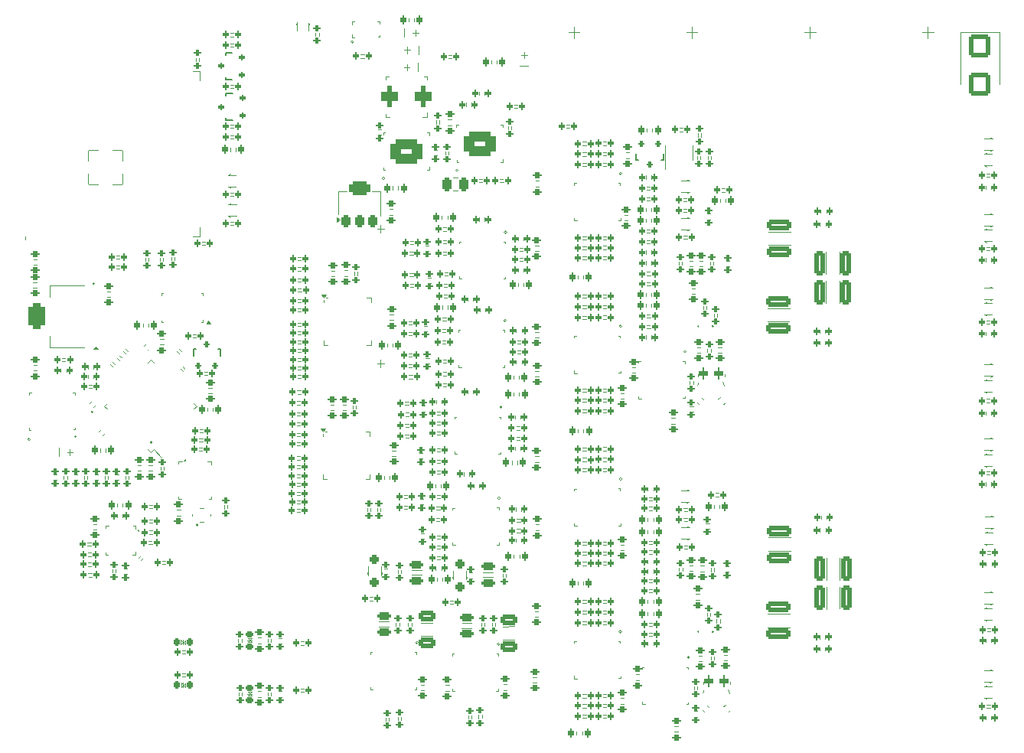
<source format=gbr>
%TF.GenerationSoftware,KiCad,Pcbnew,8.0.3*%
%TF.CreationDate,2024-09-02T13:54:09+02:00*%
%TF.ProjectId,uberamp1,75626572-616d-4703-912e-6b696361645f,rev?*%
%TF.SameCoordinates,Original*%
%TF.FileFunction,Legend,Top*%
%TF.FilePolarity,Positive*%
%FSLAX46Y46*%
G04 Gerber Fmt 4.6, Leading zero omitted, Abs format (unit mm)*
G04 Created by KiCad (PCBNEW 8.0.3) date 2024-09-02 13:54:09*
%MOMM*%
%LPD*%
G01*
G04 APERTURE LIST*
G04 Aperture macros list*
%AMRoundRect*
0 Rectangle with rounded corners*
0 $1 Rounding radius*
0 $2 $3 $4 $5 $6 $7 $8 $9 X,Y pos of 4 corners*
0 Add a 4 corners polygon primitive as box body*
4,1,4,$2,$3,$4,$5,$6,$7,$8,$9,$2,$3,0*
0 Add four circle primitives for the rounded corners*
1,1,$1+$1,$2,$3*
1,1,$1+$1,$4,$5*
1,1,$1+$1,$6,$7*
1,1,$1+$1,$8,$9*
0 Add four rect primitives between the rounded corners*
20,1,$1+$1,$2,$3,$4,$5,0*
20,1,$1+$1,$4,$5,$6,$7,0*
20,1,$1+$1,$6,$7,$8,$9,0*
20,1,$1+$1,$8,$9,$2,$3,0*%
%AMHorizOval*
0 Thick line with rounded ends*
0 $1 width*
0 $2 $3 position (X,Y) of the first rounded end (center of the circle)*
0 $4 $5 position (X,Y) of the second rounded end (center of the circle)*
0 Add line between two ends*
20,1,$1,$2,$3,$4,$5,0*
0 Add two circle primitives to create the rounded ends*
1,1,$1,$2,$3*
1,1,$1,$4,$5*%
%AMFreePoly0*
4,1,47,1.088548,1.587834,1.174997,1.579727,1.183999,1.577761,1.314830,1.531982,1.324845,1.526689,1.436370,1.444380,1.444380,1.436370,1.526689,1.324845,1.531982,1.314830,1.577761,1.183999,1.579727,1.174997,1.587834,1.088548,1.588000,1.085000,1.588000,-1.085000,1.587834,-1.088548,1.579727,-1.174997,1.577761,-1.183999,1.531982,-1.314830,1.526689,-1.324845,1.444380,-1.436370,
1.436370,-1.444380,1.324845,-1.526689,1.314830,-1.531982,1.183999,-1.577761,1.174997,-1.579727,1.088548,-1.587834,1.085000,-1.588000,-1.085000,-1.588000,-1.088548,-1.587834,-1.174997,-1.579727,-1.183999,-1.577761,-1.314830,-1.531982,-1.324845,-1.526689,-1.436370,-1.444380,-1.444380,-1.436370,-1.526689,-1.324845,-1.531982,-1.314830,-1.577761,-1.183999,-1.579727,-1.174997,-1.587834,-1.088548,
-1.588000,-1.085000,-1.588000,0.930000,-1.576870,0.956870,-0.956870,1.576870,-0.930000,1.588000,1.085000,1.588000,1.088548,1.587834,1.088548,1.587834,$1*%
%AMFreePoly1*
4,1,41,0.405944,0.837532,0.529551,0.817955,0.540859,0.814281,0.652366,0.757465,0.661984,0.750477,0.750477,0.661984,0.757465,0.652366,0.814281,0.540859,0.817955,0.529551,0.837532,0.405944,0.838000,0.400000,0.838000,-0.400000,0.837532,-0.405944,0.817955,-0.529551,0.814281,-0.540859,0.757465,-0.652366,0.750477,-0.661984,0.661984,-0.750477,0.652366,-0.757465,0.540859,-0.814281,
0.529551,-0.817955,0.405944,-0.837532,0.400000,-0.838000,-0.400000,-0.838000,-0.405944,-0.837532,-0.529551,-0.817955,-0.540859,-0.814281,-0.652366,-0.757465,-0.661984,-0.750477,-0.750477,-0.661984,-0.757465,-0.652366,-0.814281,-0.540859,-0.817955,-0.529551,-0.837532,-0.405944,-0.838000,-0.400000,-0.838000,0.480000,-0.826870,0.506870,-0.506870,0.826870,-0.480000,0.838000,0.400000,0.838000,
0.405944,0.837532,0.405944,0.837532,$1*%
%AMFreePoly2*
4,1,41,0.408445,0.842532,0.532824,0.822832,0.544131,0.819158,0.656336,0.761987,0.665954,0.754999,0.754999,0.665954,0.761987,0.656336,0.819158,0.544131,0.822832,0.532824,0.842532,0.408445,0.843000,0.402500,0.843000,-0.402500,0.842532,-0.408445,0.822832,-0.532824,0.819158,-0.544131,0.761987,-0.656336,0.754999,-0.665954,0.665954,-0.754999,0.656336,-0.761987,0.544131,-0.819158,
0.532824,-0.822832,0.408445,-0.842532,0.402500,-0.843000,-0.402500,-0.843000,-0.408445,-0.842532,-0.532824,-0.822832,-0.544131,-0.819158,-0.656336,-0.761987,-0.665954,-0.754999,-0.754999,-0.665954,-0.761987,-0.656336,-0.819158,-0.544131,-0.822832,-0.532824,-0.842532,-0.408445,-0.843000,-0.402500,-0.843000,0.483000,-0.831870,0.509870,-0.509870,0.831870,-0.483000,0.843000,0.402500,0.843000,
0.408445,0.842532,0.408445,0.842532,$1*%
G04 Aperture macros list end*
%ADD10C,0.120000*%
%ADD11C,0.100000*%
%ADD12C,0.150000*%
%ADD13C,0.650000*%
%ADD14C,0.690312*%
%ADD15RoundRect,0.242400X0.185600X-0.060600X0.185600X0.060600X-0.185600X0.060600X-0.185600X-0.060600X0*%
%ADD16O,0.886000X1.466000*%
%ADD17O,0.946000X1.486000*%
%ADD18RoundRect,0.242400X-0.060600X-0.185600X0.060600X-0.185600X0.060600X0.185600X-0.060600X0.185600X0*%
%ADD19RoundRect,0.240400X-0.231719X-0.146725X-0.146725X-0.231719X0.231719X0.146725X0.146725X0.231719X0*%
%ADD20RoundRect,0.242400X0.060600X0.185600X-0.060600X0.185600X-0.060600X-0.185600X0.060600X-0.185600X0*%
%ADD21RoundRect,0.240400X-0.267600X0.060100X-0.267600X-0.060100X0.267600X-0.060100X0.267600X0.060100X0*%
%ADD22RoundRect,0.207729X0.089027X-0.151527X0.089027X0.151527X-0.089027X0.151527X-0.089027X-0.151527X0*%
%ADD23RoundRect,0.240400X-0.060100X-0.267600X0.060100X-0.267600X0.060100X0.267600X-0.060100X0.267600X0*%
%ADD24O,1.226000X1.376000*%
%ADD25O,0.625996X1.205996*%
%ADD26RoundRect,0.240400X0.231719X0.146725X0.146725X0.231719X-0.231719X-0.146725X-0.146725X-0.231719X0*%
%ADD27C,3.676000*%
%ADD28C,5.676000*%
%ADD29RoundRect,0.242400X-0.185600X0.060600X-0.185600X-0.060600X0.185600X-0.060600X0.185600X0.060600X0*%
%ADD30RoundRect,0.250800X0.514700X-0.167200X0.514700X0.167200X-0.514700X0.167200X-0.514700X-0.167200X0*%
%ADD31RoundRect,0.250800X0.519700X-0.167200X0.519700X0.167200X-0.519700X0.167200X-0.519700X-0.167200X0*%
%ADD32C,4.076000*%
%ADD33RoundRect,0.240400X0.060100X0.267600X-0.060100X0.267600X-0.060100X-0.267600X0.060100X-0.267600X0*%
%ADD34RoundRect,0.169000X-0.169000X-0.219000X0.169000X-0.219000X0.169000X0.219000X-0.169000X0.219000X0*%
%ADD35RoundRect,0.242400X0.174090X0.088388X0.088388X0.174090X-0.174090X-0.088388X-0.088388X-0.174090X0*%
%ADD36RoundRect,0.240400X0.267600X-0.060100X0.267600X0.060100X-0.267600X0.060100X-0.267600X-0.060100X0*%
%ADD37RoundRect,0.432659X-0.108165X0.230341X-0.108165X-0.230341X0.108165X-0.230341X0.108165X0.230341X0*%
%ADD38O,1.665972X1.406000*%
%ADD39RoundRect,0.266521X0.671479X-0.346479X0.671479X0.346479X-0.671479X0.346479X-0.671479X-0.346479X0*%
%ADD40C,1.076000*%
%ADD41RoundRect,0.038000X1.900000X-1.900000X1.900000X1.900000X-1.900000X1.900000X-1.900000X-1.900000X0*%
%ADD42O,0.735998X0.845998*%
%ADD43O,1.876000X6.276000*%
%ADD44C,0.426000*%
%ADD45FreePoly0,0.000000*%
%ADD46C,3.276000*%
%ADD47RoundRect,0.242400X-0.088388X0.174090X-0.174090X0.088388X0.088388X-0.174090X0.174090X-0.088388X0*%
%ADD48RoundRect,0.169000X-0.219000X0.169000X-0.219000X-0.169000X0.219000X-0.169000X0.219000X0.169000X0*%
%ADD49O,0.576000X0.816000*%
%ADD50O,1.466000X0.886000*%
%ADD51O,1.486000X0.946000*%
%ADD52O,0.776000X0.526000*%
%ADD53O,1.676000X3.076000*%
%ADD54C,1.676000*%
%ADD55RoundRect,0.269000X0.269000X-0.269000X0.269000X0.269000X-0.269000X0.269000X-0.269000X-0.269000X0*%
%ADD56RoundRect,0.242400X-0.174090X-0.088388X-0.088388X-0.174090X0.174090X0.088388X0.088388X0.174090X0*%
%ADD57RoundRect,0.207729X-0.151527X-0.089027X0.151527X-0.089027X0.151527X0.089027X-0.151527X0.089027X0*%
%ADD58RoundRect,0.266521X-0.346479X-1.121479X0.346479X-1.121479X0.346479X1.121479X-0.346479X1.121479X0*%
%ADD59RoundRect,0.555200X1.182800X-0.832800X1.182800X0.832800X-1.182800X0.832800X-1.182800X-0.832800X0*%
%ADD60RoundRect,0.207729X0.151527X0.089027X-0.151527X0.089027X-0.151527X-0.089027X0.151527X-0.089027X0*%
%ADD61RoundRect,0.266521X1.121479X-0.346479X1.121479X0.346479X-1.121479X0.346479X-1.121479X-0.346479X0*%
%ADD62RoundRect,0.266521X-1.121479X0.346479X-1.121479X-0.346479X1.121479X-0.346479X1.121479X0.346479X0*%
%ADD63O,1.376000X1.226000*%
%ADD64FreePoly1,270.000000*%
%ADD65FreePoly2,270.000000*%
%ADD66RoundRect,0.244000X0.244000X-0.444000X0.244000X0.444000X-0.244000X0.444000X-0.244000X-0.444000X0*%
%ADD67RoundRect,0.400000X-0.781000X-0.400000X0.781000X-0.400000X0.781000X0.400000X-0.781000X0.400000X0*%
%ADD68RoundRect,0.258261X-0.929739X1.029739X-0.929739X-1.029739X0.929739X-1.029739X0.929739X1.029739X0*%
%ADD69C,3.876000*%
%ADD70RoundRect,0.667800X-0.286200X0.513200X-0.286200X-0.513200X0.286200X-0.513200X0.286200X0.513200X0*%
%ADD71HorizOval,0.386000X-0.134350X0.134350X0.134350X-0.134350X0*%
%ADD72HorizOval,0.386000X-0.134350X-0.134350X0.134350X0.134350X0*%
%ADD73O,0.866000X0.516000*%
%ADD74O,1.521000X1.176000*%
%ADD75RoundRect,0.446500X0.446500X0.991500X-0.446500X0.991500X-0.446500X-0.991500X0.446500X-0.991500X0*%
%ADD76RoundRect,0.269000X0.269000X0.494000X-0.269000X0.494000X-0.269000X-0.494000X0.269000X-0.494000X0*%
%ADD77C,1.876000*%
%ADD78C,1.576000*%
%ADD79C,2.276000*%
%ADD80O,2.213656X2.584714*%
%ADD81C,3.886000*%
%ADD82C,1.476000*%
%ADD83C,1.276000*%
%ADD84C,1.376000*%
%ADD85C,1.776000*%
%ADD86C,2.076000*%
G04 APERTURE END LIST*
D10*
%TO.C,R211*%
X50600000Y-27430000D02*
X50600000Y-27785000D01*
X50960000Y-27780000D02*
X50960000Y-27430000D01*
D11*
%TO.C,D6*%
X124570000Y-48760000D02*
X125470000Y-48760000D01*
X124580000Y-47490000D02*
X125480000Y-47490000D01*
X125470000Y-48760000D02*
X125220000Y-48860000D01*
X125480000Y-47490000D02*
X125230000Y-47390000D01*
D10*
%TO.C,R243*%
X41160000Y-28990000D02*
X41510000Y-28990000D01*
X41510000Y-28630000D02*
X41155000Y-28630000D01*
%TO.C,R173*%
X63980000Y-80180000D02*
X64330000Y-80180000D01*
X64330000Y-79820000D02*
X63975000Y-79820000D01*
%TO.C,R7*%
X91300000Y-46090000D02*
X91650000Y-46090000D01*
X91650000Y-45730000D02*
X91295000Y-45730000D01*
%TO.C,C78*%
X25821005Y-68160589D02*
X25566447Y-68415147D01*
X26004853Y-68853553D02*
X26259411Y-68598995D01*
%TO.C,C119*%
X68110000Y-77390000D02*
X68110000Y-77750000D01*
X68730000Y-77750000D02*
X68730000Y-77390000D01*
%TO.C,C121*%
X63900000Y-86480000D02*
X63900000Y-86840000D01*
X64520000Y-86840000D02*
X64520000Y-86480000D01*
%TO.C,R114*%
X64775000Y-55550000D02*
X65125000Y-55550000D01*
X65125000Y-55190000D02*
X64770000Y-55190000D01*
%TO.C,R18*%
X87260000Y-58927140D02*
X87615000Y-58927140D01*
X87610000Y-58567140D02*
X87260000Y-58567140D01*
%TO.C,R168*%
X72800000Y-72500000D02*
X73150000Y-72500000D01*
X73150000Y-72140000D02*
X72795000Y-72140000D01*
%TO.C,C102*%
X74930000Y-82430000D02*
X75290000Y-82430000D01*
X75290000Y-81810000D02*
X74930000Y-81810000D01*
%TO.C,C33*%
X124700000Y-52350000D02*
X124700000Y-52710000D01*
X125320000Y-52710000D02*
X125320000Y-52350000D01*
D12*
%TO.C,Q3*%
X40659760Y-29610180D02*
X41360800Y-29610180D01*
X40659760Y-29810840D02*
X40659760Y-29610180D01*
X40659760Y-29810840D02*
X40659760Y-29859100D01*
X40659760Y-32609820D02*
X40659760Y-32360900D01*
X41360800Y-32609820D02*
X40659760Y-32609820D01*
D10*
%TO.C,C109*%
X58190000Y-76442651D02*
X58190000Y-76802651D01*
X58810000Y-76802651D02*
X58810000Y-76442651D01*
%TO.C,C142*%
X22200000Y-74275000D02*
X22200000Y-73345000D01*
X23430000Y-73475000D02*
X23430000Y-74185000D01*
X23770000Y-73835000D02*
X23110000Y-73835000D01*
%TO.C,C99*%
X74910000Y-65460000D02*
X75270000Y-65460000D01*
X75270000Y-64840000D02*
X74910000Y-64840000D01*
%TO.C,R227*%
X35820000Y-96080000D02*
X36175000Y-96080000D01*
X36170000Y-95720000D02*
X35820000Y-95720000D01*
D11*
%TO.C,LED3*%
X91060000Y-83400000D02*
X91960000Y-83400000D01*
X91070000Y-82130000D02*
X91970000Y-82130000D01*
X91960000Y-83400000D02*
X91710000Y-83500000D01*
X91970000Y-82130000D02*
X91720000Y-82030000D01*
%TO.C,U8*%
X56670000Y-95970000D02*
X56670000Y-96160000D01*
X56670000Y-100080000D02*
X56670000Y-99810000D01*
X56670000Y-100080000D02*
X56960000Y-100080000D01*
X56860000Y-95970000D02*
X56670000Y-95970000D01*
X61570000Y-95960000D02*
X61760000Y-95960000D01*
X61760000Y-95960000D02*
X61760000Y-96170000D01*
X61780000Y-99850000D02*
X61780000Y-100060000D01*
X61780000Y-100060000D02*
X61540000Y-100060000D01*
X61946525Y-94900000D02*
G75*
G02*
X61633475Y-94900000I-156525J0D01*
G01*
X61633475Y-94900000D02*
G75*
G02*
X61946525Y-94900000I156525J0D01*
G01*
D10*
%TO.C,R34*%
X78320000Y-37920000D02*
X78670000Y-37920000D01*
X78670000Y-37560000D02*
X78315000Y-37560000D01*
%TO.C,C143*%
X26835147Y-71276447D02*
X26580589Y-71531005D01*
X27018995Y-71969411D02*
X27273553Y-71714853D01*
%TO.C,R100*%
X56600000Y-90220000D02*
X56955000Y-90220000D01*
X56950000Y-89860000D02*
X56600000Y-89860000D01*
%TO.C,R164*%
X64020000Y-73770000D02*
X64370000Y-73770000D01*
X64370000Y-73410000D02*
X64015000Y-73410000D01*
%TO.C,R142*%
X54880000Y-53890000D02*
X54880000Y-54240000D01*
X55240000Y-54240000D02*
X55240000Y-53885000D01*
%TO.C,R88*%
X82400000Y-103213334D02*
X82755000Y-103213334D01*
X82750000Y-102853334D02*
X82400000Y-102853334D01*
%TO.C,C69*%
X69132500Y-87653439D02*
X70222500Y-87652187D01*
X69137500Y-87107813D02*
X70222500Y-87112187D01*
%TO.C,R62*%
X82400000Y-57910000D02*
X82755000Y-57910000D01*
X82750000Y-57550000D02*
X82400000Y-57550000D01*
%TO.C,C37*%
X87330000Y-81079998D02*
X87330000Y-81439998D01*
X87950000Y-81439998D02*
X87950000Y-81079998D01*
%TO.C,R140*%
X48610000Y-64690000D02*
X48960000Y-64690000D01*
X48960000Y-64330000D02*
X48605000Y-64330000D01*
%TO.C,R161*%
X64040000Y-70820000D02*
X64390000Y-70820000D01*
X64390000Y-70460000D02*
X64035000Y-70460000D01*
%TO.C,C122*%
X72730000Y-83400000D02*
X72730000Y-83760000D01*
X73350000Y-83760000D02*
X73350000Y-83400000D01*
%TO.C,R170*%
X60380000Y-80120000D02*
X60730000Y-80120000D01*
X60730000Y-79760000D02*
X60375000Y-79760000D01*
%TO.C,C116*%
X72660000Y-73210000D02*
X72660000Y-73570000D01*
X73280000Y-73570000D02*
X73280000Y-73210000D01*
%TO.C,CU28_3*%
X19350000Y-55640000D02*
X19710000Y-55640000D01*
X19710000Y-55020000D02*
X19350000Y-55020000D01*
%TO.C,R191*%
X22570000Y-63790000D02*
X22925000Y-63790000D01*
X22920000Y-63430000D02*
X22570000Y-63430000D01*
%TO.C,R25*%
X93480000Y-57640000D02*
X93480000Y-57990000D01*
X93840000Y-57990000D02*
X93840000Y-57635000D01*
%TO.C,R90*%
X82400000Y-102053334D02*
X82755000Y-102053334D01*
X82750000Y-101693334D02*
X82400000Y-101693334D01*
%TO.C,R110*%
X64675000Y-52000000D02*
X65025000Y-52000000D01*
X65025000Y-51640000D02*
X64670000Y-51640000D01*
%TO.C,R22*%
X95495000Y-45005000D02*
X95850000Y-45005000D01*
X95845000Y-44645000D02*
X95495000Y-44645000D01*
%TO.C,CRD0*%
X64570000Y-47630000D02*
X64570000Y-47990000D01*
X65190000Y-47990000D02*
X65190000Y-47630000D01*
%TO.C,C2*%
X95140000Y-62840000D02*
X95500000Y-62840000D01*
X95500000Y-62220000D02*
X95140000Y-62220000D01*
%TO.C,C111*%
X62300000Y-69310000D02*
X62660000Y-69310000D01*
X62660000Y-68690000D02*
X62300000Y-68690000D01*
D11*
%TO.C,D19*%
X35710000Y-94607500D02*
X36150000Y-95047500D01*
X35710000Y-95047500D02*
X35710000Y-94607500D01*
X35930000Y-95087500D02*
X35930000Y-94577500D01*
X36150000Y-94617500D02*
X35710000Y-95047500D01*
X36150000Y-95047500D02*
X36150000Y-94617500D01*
D10*
%TO.C,C138*%
X25400000Y-65300000D02*
X25400000Y-65660000D01*
X26020000Y-65660000D02*
X26020000Y-65300000D01*
%TO.C,C58*%
X106502500Y-80835000D02*
X106502500Y-81195000D01*
X107122500Y-81195000D02*
X107122500Y-80835000D01*
%TO.C,R174*%
X63950000Y-81440000D02*
X64300000Y-81440000D01*
X64300000Y-81080000D02*
X63945000Y-81080000D01*
D11*
%TO.C,U5*%
X79210000Y-77856666D02*
X79210000Y-78046666D01*
X79210000Y-81966666D02*
X79210000Y-81696666D01*
X79210000Y-81966666D02*
X79500000Y-81966666D01*
X79400000Y-77856666D02*
X79210000Y-77856666D01*
X84110000Y-77846666D02*
X84300000Y-77846666D01*
X84300000Y-77846666D02*
X84300000Y-78056666D01*
X84320000Y-81736666D02*
X84320000Y-81946666D01*
X84320000Y-81946666D02*
X84080000Y-81946666D01*
X84486525Y-76786666D02*
G75*
G02*
X84173475Y-76786666I-156525J0D01*
G01*
X84173475Y-76786666D02*
G75*
G02*
X84486525Y-76786666I156525J0D01*
G01*
%TO.C,U3*%
X86732500Y-97595000D02*
X86732500Y-97785000D01*
X86732500Y-101705000D02*
X86732500Y-101435000D01*
X86732500Y-101705000D02*
X87022500Y-101705000D01*
X86922500Y-97595000D02*
X86732500Y-97595000D01*
X91632500Y-97585000D02*
X91822500Y-97585000D01*
X91822500Y-97585000D02*
X91822500Y-97795000D01*
X91842500Y-101475000D02*
X91842500Y-101685000D01*
X91842500Y-101685000D02*
X91602500Y-101685000D01*
X92009025Y-96525000D02*
G75*
G02*
X91695975Y-96525000I-156525J0D01*
G01*
X91695975Y-96525000D02*
G75*
G02*
X92009025Y-96525000I156525J0D01*
G01*
D10*
%TO.C,R60*%
X82400000Y-56740000D02*
X82755000Y-56740000D01*
X82750000Y-56380000D02*
X82400000Y-56380000D01*
%TO.C,CU20*%
X60890000Y-25830000D02*
X60890000Y-26190000D01*
X61510000Y-26190000D02*
X61510000Y-25830000D01*
%TO.C,C42*%
X93780000Y-82300000D02*
X94140000Y-82300000D01*
X94140000Y-81680000D02*
X93780000Y-81680000D01*
%TO.C,R215*%
X31750000Y-52330000D02*
X31750000Y-52685000D01*
X32110000Y-52680000D02*
X32110000Y-52330000D01*
%TO.C,R137*%
X48620000Y-62750000D02*
X48970000Y-62750000D01*
X48970000Y-62390000D02*
X48615000Y-62390000D01*
%TO.C,R87*%
X80160000Y-103223334D02*
X80510000Y-103223334D01*
X80510000Y-102863334D02*
X80155000Y-102863334D01*
%TO.C,R192*%
X27865442Y-64110000D02*
X28116464Y-64361023D01*
X28367487Y-64102929D02*
X28120000Y-63855442D01*
%TO.C,C90*%
X67425000Y-56730000D02*
X67425000Y-57090000D01*
X68045000Y-57090000D02*
X68045000Y-56730000D01*
%TO.C,CU23*%
X27520000Y-56650000D02*
X27880000Y-56650000D01*
X27880000Y-56030000D02*
X27520000Y-56030000D01*
%TO.C,R20*%
X94250000Y-52765000D02*
X94250000Y-53120000D01*
X94610000Y-53115000D02*
X94610000Y-52765000D01*
%TO.C,C113*%
X63910000Y-68090000D02*
X63910000Y-68450000D01*
X64530000Y-68450000D02*
X64530000Y-68090000D01*
%TO.C,R40*%
X87460000Y-94143324D02*
X87815000Y-94143324D01*
X87810000Y-93783324D02*
X87460000Y-93783324D01*
%TO.C,R150*%
X48510000Y-79502651D02*
X48860000Y-79502651D01*
X48860000Y-79142651D02*
X48505000Y-79142651D01*
%TO.C,C66*%
X124740000Y-94490000D02*
X124740000Y-94850000D01*
X125360000Y-94850000D02*
X125360000Y-94490000D01*
%TO.C,R80*%
X82400000Y-39843334D02*
X82755000Y-39843334D01*
X82750000Y-39483334D02*
X82400000Y-39483334D01*
%TO.C,R213*%
X41190000Y-37930000D02*
X41540000Y-37930000D01*
X41540000Y-37570000D02*
X41185000Y-37570000D01*
%TO.C,C91*%
X73000000Y-53500000D02*
X73000000Y-53860000D01*
X73620000Y-53860000D02*
X73620000Y-53500000D01*
%TO.C,CU10*%
X58760000Y-47560000D02*
X59120000Y-47560000D01*
X59120000Y-46940000D02*
X58760000Y-46940000D01*
%TO.C,R180*%
X72870000Y-82690000D02*
X73220000Y-82690000D01*
X73220000Y-82330000D02*
X72865000Y-82330000D01*
%TO.C,R146*%
X48550000Y-70872651D02*
X48905000Y-70872651D01*
X48900000Y-70512651D02*
X48550000Y-70512651D01*
%TO.C,R163*%
X64000000Y-75020000D02*
X64350000Y-75020000D01*
X64350000Y-74660000D02*
X63995000Y-74660000D01*
%TO.C,R151*%
X54720000Y-68690000D02*
X54720000Y-69040000D01*
X55080000Y-69040000D02*
X55080000Y-68685000D01*
%TO.C,R107*%
X61055000Y-50820000D02*
X61405000Y-50820000D01*
X61405000Y-50460000D02*
X61050000Y-50460000D01*
%TO.C,R78*%
X82400000Y-73636666D02*
X82755000Y-73636666D01*
X82750000Y-73276666D02*
X82400000Y-73276666D01*
%TO.C,R233*%
X29535000Y-76435000D02*
X29535000Y-76785000D01*
X29895000Y-76785000D02*
X29895000Y-76430000D01*
%TO.C,C154*%
X28650000Y-79480000D02*
X28650000Y-79840000D01*
X29270000Y-79840000D02*
X29270000Y-79480000D01*
%TO.C,C32*%
X124700000Y-60540000D02*
X124700000Y-60900000D01*
X125320000Y-60900000D02*
X125320000Y-60540000D01*
%TO.C,R122*%
X64625000Y-60530000D02*
X64975000Y-60530000D01*
X64975000Y-60170000D02*
X64620000Y-60170000D01*
%TO.C,R109*%
X64705000Y-50740000D02*
X65055000Y-50740000D01*
X65055000Y-50380000D02*
X64700000Y-50380000D01*
%TO.C,R104*%
X59690000Y-103110000D02*
X59690000Y-103465000D01*
X60050000Y-103460000D02*
X60050000Y-103110000D01*
%TO.C,CU30*%
X31480000Y-59620000D02*
X31480000Y-59980000D01*
X32100000Y-59980000D02*
X32100000Y-59620000D01*
%TO.C,R132*%
X48650000Y-56060000D02*
X49005000Y-56060000D01*
X49000000Y-55700000D02*
X48650000Y-55700000D01*
%TO.C,C16*%
X87115000Y-47982856D02*
X87115000Y-48342856D01*
X87735000Y-48342856D02*
X87735000Y-47982856D01*
%TO.C,R17*%
X87260000Y-55412856D02*
X87615000Y-55412856D01*
X87610000Y-55052856D02*
X87260000Y-55052856D01*
D11*
%TO.C,D10*%
X124550000Y-92360000D02*
X124800000Y-92460000D01*
X124560000Y-91090000D02*
X124810000Y-90990000D01*
X125450000Y-92360000D02*
X124550000Y-92360000D01*
X125460000Y-91090000D02*
X124560000Y-91090000D01*
D10*
%TO.C,R165*%
X64040000Y-69680000D02*
X64390000Y-69680000D01*
X64390000Y-69320000D02*
X64035000Y-69320000D01*
%TO.C,R75*%
X65450000Y-90580000D02*
X65805000Y-90580000D01*
X65800000Y-90220000D02*
X65450000Y-90220000D01*
%TO.C,CU22*%
X38750000Y-67330000D02*
X39110000Y-67330000D01*
X39110000Y-66710000D02*
X38750000Y-66710000D01*
%TO.C,R175*%
X64040000Y-84530000D02*
X64390000Y-84530000D01*
X64390000Y-84170000D02*
X64035000Y-84170000D01*
%TO.C,R61*%
X80160000Y-57920000D02*
X80510000Y-57920000D01*
X80510000Y-57560000D02*
X80155000Y-57560000D01*
%TO.C,C137*%
X30920000Y-75900000D02*
X31280000Y-75900000D01*
X31280000Y-75280000D02*
X30920000Y-75280000D01*
%TO.C,C108*%
X59070000Y-74260000D02*
X59430000Y-74260000D01*
X59430000Y-73640000D02*
X59070000Y-73640000D01*
%TO.C,C107*%
X52280000Y-69170000D02*
X52640000Y-69170000D01*
X52640000Y-68550000D02*
X52280000Y-68550000D01*
%TO.C,R129*%
X72920000Y-62950000D02*
X73270000Y-62950000D01*
X73270000Y-62590000D02*
X72915000Y-62590000D01*
%TO.C,R27*%
X124830000Y-59640000D02*
X125185000Y-59640000D01*
X125180000Y-59280000D02*
X124830000Y-59280000D01*
%TO.C,R194*%
X29295442Y-62620000D02*
X29546464Y-62871023D01*
X29797487Y-62612929D02*
X29550000Y-62365442D01*
%TO.C,C133*%
X33420000Y-61930000D02*
X33780000Y-61930000D01*
X33780000Y-61310000D02*
X33420000Y-61310000D01*
%TO.C,R116*%
X64795000Y-56760000D02*
X65145000Y-56760000D01*
X65145000Y-56400000D02*
X64790000Y-56400000D01*
%TO.C,C82*%
X38600000Y-68900000D02*
X38600000Y-69260000D01*
X39220000Y-69260000D02*
X39220000Y-68900000D01*
%TO.C,R237*%
X25012142Y-76435000D02*
X25012142Y-76785000D01*
X25372142Y-76785000D02*
X25372142Y-76430000D01*
D11*
%TO.C,JP2*%
X93048995Y-59880000D02*
G75*
G02*
X92851005Y-59880000I-98995J0D01*
G01*
X92851005Y-59880000D02*
G75*
G02*
X93048995Y-59880000I98995J0D01*
G01*
D10*
%TO.C,C147*%
X44220000Y-100890000D02*
X44580000Y-100890000D01*
X44580000Y-100270000D02*
X44220000Y-100270000D01*
%TO.C,R128*%
X64715000Y-66550000D02*
X65065000Y-66550000D01*
X65065000Y-66190000D02*
X64710000Y-66190000D01*
D11*
%TO.C,D12*%
X124540000Y-75335000D02*
X124790000Y-75435000D01*
X124550000Y-74065000D02*
X124800000Y-73965000D01*
X125440000Y-75335000D02*
X124540000Y-75335000D01*
X125450000Y-74065000D02*
X124550000Y-74065000D01*
D10*
%TO.C,R187*%
X63960000Y-37120000D02*
X63960000Y-37475000D01*
X64320000Y-37470000D02*
X64320000Y-37120000D01*
%TO.C,C5*%
X87115000Y-43220000D02*
X87115000Y-43580000D01*
X87735000Y-43580000D02*
X87735000Y-43220000D01*
%TO.C,R115*%
X64895000Y-54280000D02*
X65245000Y-54280000D01*
X65245000Y-53920000D02*
X64890000Y-53920000D01*
%TO.C,C97*%
X74900000Y-51580000D02*
X75260000Y-51580000D01*
X75260000Y-50960000D02*
X74900000Y-50960000D01*
D11*
%TO.C,D8*%
X124570000Y-40385000D02*
X125470000Y-40385000D01*
X124580000Y-39115000D02*
X125480000Y-39115000D01*
X125470000Y-40385000D02*
X125220000Y-40485000D01*
X125480000Y-39115000D02*
X125230000Y-39015000D01*
D10*
%TO.C,C41*%
X87330000Y-94840000D02*
X87330000Y-95200000D01*
X87950000Y-95200000D02*
X87950000Y-94840000D01*
%TO.C,C47*%
X87330000Y-91519992D02*
X87330000Y-91879992D01*
X87950000Y-91879992D02*
X87950000Y-91519992D01*
%TO.C,R182*%
X72550000Y-35710000D02*
X72900000Y-35710000D01*
X72900000Y-35350000D02*
X72545000Y-35350000D01*
%TO.C,R117*%
X73140000Y-52703332D02*
X73490000Y-52703332D01*
X73490000Y-52343332D02*
X73135000Y-52343332D01*
%TO.C,R190*%
X33430000Y-75410000D02*
X33430000Y-75760000D01*
X33790000Y-75760000D02*
X33790000Y-75405000D01*
D11*
%TO.C,D9*%
X124550000Y-100995000D02*
X124800000Y-101095000D01*
X124560000Y-99725000D02*
X124810000Y-99625000D01*
X125450000Y-100995000D02*
X124550000Y-100995000D01*
X125460000Y-99725000D02*
X124560000Y-99725000D01*
D10*
%TO.C,C34*%
X124700000Y-44380000D02*
X124700000Y-44740000D01*
X125320000Y-44740000D02*
X125320000Y-44380000D01*
%TO.C,C81*%
X84920000Y-41295001D02*
X85280000Y-41295001D01*
X85280000Y-40675001D02*
X84920000Y-40675001D01*
%TO.C,R108*%
X73140000Y-51556666D02*
X73490000Y-51556666D01*
X73490000Y-51196666D02*
X73135000Y-51196666D01*
%TO.C,R155*%
X48500000Y-76612651D02*
X48850000Y-76612651D01*
X48850000Y-76252651D02*
X48495000Y-76252651D01*
%TO.C,R125*%
X64700000Y-63940000D02*
X65050000Y-63940000D01*
X65050000Y-63580000D02*
X64695000Y-63580000D01*
%TO.C,R9*%
X91330000Y-50210000D02*
X91685000Y-50210000D01*
X91680000Y-49850000D02*
X91330000Y-49850000D01*
%TO.C,R29*%
X124840000Y-43330000D02*
X125195000Y-43330000D01*
X125190000Y-42970000D02*
X124840000Y-42970000D01*
%TO.C,R32*%
X87460000Y-80223332D02*
X87815000Y-80223332D01*
X87810000Y-79863332D02*
X87460000Y-79863332D01*
%TO.C,R120*%
X60910000Y-64460000D02*
X61260000Y-64460000D01*
X61260000Y-64100000D02*
X60905000Y-64100000D01*
%TO.C,R101*%
X59500000Y-92690000D02*
X59500000Y-93040000D01*
X59860000Y-93040000D02*
X59860000Y-92685000D01*
%TO.C,R63*%
X82410000Y-67170000D02*
X82760000Y-67170000D01*
X82760000Y-66810000D02*
X82405000Y-66810000D01*
%TO.C,R166*%
X72800000Y-71340000D02*
X73150000Y-71340000D01*
X73150000Y-70980000D02*
X72795000Y-70980000D01*
%TO.C,C20*%
X106365000Y-61555000D02*
X106365000Y-61915000D01*
X106985000Y-61915000D02*
X106985000Y-61555000D01*
%TO.C,R179*%
X64050000Y-85700000D02*
X64400000Y-85700000D01*
X64400000Y-85340000D02*
X64045000Y-85340000D01*
%TO.C,C13*%
X92790000Y-62840000D02*
X93150000Y-62840000D01*
X93150000Y-62220000D02*
X92790000Y-62220000D01*
%TO.C,R123*%
X64595000Y-61790000D02*
X64945000Y-61790000D01*
X64945000Y-61430000D02*
X64590000Y-61430000D01*
%TO.C,C43*%
X92690000Y-90140000D02*
X93050000Y-90140000D01*
X93050000Y-89520000D02*
X92690000Y-89520000D01*
%TO.C,R186*%
X25530000Y-66720000D02*
X25880000Y-66720000D01*
X25880000Y-66360000D02*
X25525000Y-66360000D01*
%TO.C,R58*%
X80160000Y-59090000D02*
X80510000Y-59090000D01*
X80510000Y-58730000D02*
X80155000Y-58730000D01*
%TO.C,R44*%
X94350000Y-96440000D02*
X94350000Y-96790000D01*
X94710000Y-96790000D02*
X94710000Y-96435000D01*
%TO.C,R119*%
X60880000Y-60860000D02*
X61230000Y-60860000D01*
X61230000Y-60500000D02*
X60875000Y-60500000D01*
%TO.C,R14*%
X87260000Y-60098568D02*
X87615000Y-60098568D01*
X87610000Y-59738568D02*
X87260000Y-59738568D01*
%TO.C,R159*%
X60520000Y-72220000D02*
X60870000Y-72220000D01*
X60870000Y-71860000D02*
X60515000Y-71860000D01*
%TO.C,R152*%
X48500000Y-72032651D02*
X48855000Y-72032651D01*
X48850000Y-71672651D02*
X48500000Y-71672651D01*
%TO.C,R229*%
X25435000Y-86410000D02*
X25790000Y-86410000D01*
X25785000Y-86050000D02*
X25435000Y-86050000D01*
%TO.C,R235*%
X32200000Y-81650000D02*
X32555000Y-81650000D01*
X32550000Y-81290000D02*
X32200000Y-81290000D01*
%TO.C,R54*%
X80160000Y-69430000D02*
X80510000Y-69430000D01*
X80510000Y-69070000D02*
X80155000Y-69070000D01*
%TO.C,CU8*%
X62250000Y-100190000D02*
X62610000Y-100190000D01*
X62610000Y-99570000D02*
X62250000Y-99570000D01*
D11*
%TO.C,D1*%
X124540000Y-67140000D02*
X124790000Y-67240000D01*
X124550000Y-65870000D02*
X124800000Y-65770000D01*
X125440000Y-67140000D02*
X124540000Y-67140000D01*
X125450000Y-65870000D02*
X124550000Y-65870000D01*
D10*
%TO.C,R177*%
X64000000Y-78940000D02*
X64350000Y-78940000D01*
X64350000Y-78580000D02*
X63995000Y-78580000D01*
%TO.C,C126*%
X57470000Y-38710000D02*
X57830000Y-38710000D01*
X57830000Y-38090000D02*
X57470000Y-38090000D01*
%TO.C,CU18_1*%
X70040000Y-30480000D02*
X70040000Y-30840000D01*
X70660000Y-30840000D02*
X70660000Y-30480000D01*
%TO.C,R82*%
X82410000Y-84066666D02*
X82760000Y-84066666D01*
X82760000Y-83706666D02*
X82405000Y-83706666D01*
D11*
%TO.C,U16*%
X65975000Y-69910000D02*
X65975000Y-70100000D01*
X65975000Y-74020000D02*
X65975000Y-73750000D01*
X65975000Y-74020000D02*
X66265000Y-74020000D01*
X66165000Y-69910000D02*
X65975000Y-69910000D01*
X70875000Y-69900000D02*
X71065000Y-69900000D01*
X71065000Y-69900000D02*
X71065000Y-70110000D01*
X71085000Y-73790000D02*
X71085000Y-74000000D01*
X71085000Y-74000000D02*
X70845000Y-74000000D01*
X71251525Y-68840000D02*
G75*
G02*
X70938475Y-68840000I-156525J0D01*
G01*
X70938475Y-68840000D02*
G75*
G02*
X71251525Y-68840000I156525J0D01*
G01*
%TO.C,RV2*%
X93457500Y-99222500D02*
X93457500Y-99492500D01*
X93597500Y-102552500D02*
X93437500Y-102392500D01*
X96427500Y-102402500D02*
X96297500Y-102552500D01*
X96447500Y-99212500D02*
X96447500Y-99472500D01*
X93467501Y-100462500D02*
G75*
G02*
X93568556Y-100177141I1469999J-360000D01*
G01*
X94167500Y-102082499D02*
G75*
G02*
X93925065Y-101896901I780000J1269999D01*
G01*
X96037500Y-101762500D02*
G75*
G02*
X95751941Y-102014229I-1100015J960014D01*
G01*
X96266936Y-100107601D02*
G75*
G02*
X96407499Y-100512500I-1319445J-684901D01*
G01*
D10*
%TO.C,C76*%
X62260000Y-92672504D02*
X63520000Y-92670000D01*
X62260000Y-94171252D02*
X63540000Y-94168748D01*
%TO.C,C141*%
X26780000Y-73430000D02*
X26780000Y-73790000D01*
X27400000Y-73790000D02*
X27400000Y-73430000D01*
D11*
%TO.C,LED2*%
X91030000Y-49175000D02*
X91930000Y-49175000D01*
X91040000Y-47905000D02*
X91940000Y-47905000D01*
X91930000Y-49175000D02*
X91680000Y-49275000D01*
X91940000Y-47905000D02*
X91690000Y-47805000D01*
D10*
%TO.C,CU19_0*%
X59130000Y-44400000D02*
X59130000Y-44760000D01*
X59750000Y-44760000D02*
X59750000Y-44400000D01*
%TO.C,R11*%
X87245000Y-44775714D02*
X87600000Y-44775714D01*
X87595000Y-44415714D02*
X87245000Y-44415714D01*
%TO.C,U26*%
X18445000Y-49920000D02*
X18445000Y-50300000D01*
X36990000Y-31680000D02*
X37770000Y-31680000D01*
X36990000Y-49920000D02*
X37770000Y-49920000D01*
X37770000Y-31680000D02*
X37770000Y-32680000D01*
X37770000Y-49920000D02*
X37770000Y-48920000D01*
%TO.C,C144*%
X22415000Y-64560000D02*
X22415000Y-64920000D01*
X23035000Y-64920000D02*
X23035000Y-64560000D01*
D11*
%TO.C,U21*%
X36975000Y-80854349D02*
X36975000Y-80694349D01*
X38175000Y-79974349D02*
X37805000Y-79974349D01*
X38205000Y-81574349D02*
X37795000Y-81574349D01*
X38985000Y-80854349D02*
X38985000Y-80714349D01*
X37581301Y-81874349D02*
G75*
G02*
X37368699Y-81874349I-106301J0D01*
G01*
X37368699Y-81874349D02*
G75*
G02*
X37581301Y-81874349I106301J0D01*
G01*
D10*
%TO.C,R67*%
X82400000Y-86316666D02*
X82755000Y-86316666D01*
X82750000Y-85956666D02*
X82400000Y-85956666D01*
%TO.C,C18*%
X87130000Y-57405712D02*
X87130000Y-57765712D01*
X87750000Y-57765712D02*
X87750000Y-57405712D01*
%TO.C,C21*%
X106490000Y-47010000D02*
X106490000Y-47370000D01*
X107110000Y-47370000D02*
X107110000Y-47010000D01*
%TO.C,C114*%
X72660000Y-69770000D02*
X72660000Y-70130000D01*
X73280000Y-70130000D02*
X73280000Y-69770000D01*
D11*
%TO.C,U11*%
X66490000Y-50530000D02*
X66490000Y-50720000D01*
X66490000Y-54640000D02*
X66490000Y-54370000D01*
X66490000Y-54640000D02*
X66780000Y-54640000D01*
X66680000Y-50530000D02*
X66490000Y-50530000D01*
X71390000Y-50520000D02*
X71580000Y-50520000D01*
X71580000Y-50520000D02*
X71580000Y-50730000D01*
X71600000Y-54410000D02*
X71600000Y-54620000D01*
X71600000Y-54620000D02*
X71360000Y-54620000D01*
X71766525Y-49460000D02*
G75*
G02*
X71453475Y-49460000I-156525J0D01*
G01*
X71453475Y-49460000D02*
G75*
G02*
X71766525Y-49460000I156525J0D01*
G01*
D10*
%TO.C,C93*%
X72780000Y-60220000D02*
X72780000Y-60580000D01*
X73400000Y-60580000D02*
X73400000Y-60220000D01*
D11*
%TO.C,D13*%
X124550000Y-99240000D02*
X125450000Y-99240000D01*
X124560000Y-97970000D02*
X125460000Y-97970000D01*
X125450000Y-99240000D02*
X125200000Y-99340000D01*
X125460000Y-97970000D02*
X125210000Y-97870000D01*
D10*
%TO.C,C103*%
X74640000Y-99350000D02*
X75000000Y-99350000D01*
X75000000Y-98730000D02*
X74640000Y-98730000D01*
%TO.C,R167*%
X64020000Y-76230000D02*
X64370000Y-76230000D01*
X64370000Y-75870000D02*
X64015000Y-75870000D01*
%TO.C,R36*%
X94962500Y-92325000D02*
X94962500Y-92675000D01*
X95322500Y-92675000D02*
X95322500Y-92320000D01*
%TO.C,R97*%
X82400000Y-91703334D02*
X82755000Y-91703334D01*
X82750000Y-91343334D02*
X82400000Y-91343334D01*
%TO.C,U9*%
X51490000Y-57235000D02*
X51490000Y-57000000D01*
X51490000Y-61980000D02*
X51490000Y-61505000D01*
X51965000Y-56760000D02*
X51790000Y-56760000D01*
X51965000Y-61980000D02*
X51490000Y-61980000D01*
X56235000Y-56760000D02*
X56710000Y-56760000D01*
X56235000Y-61980000D02*
X56710000Y-61980000D01*
X56710000Y-56760000D02*
X56710000Y-57235000D01*
X56710000Y-61980000D02*
X56710000Y-61505000D01*
X51490000Y-56760000D02*
X51250000Y-56430000D01*
X51730000Y-56430000D01*
X51490000Y-56760000D01*
G36*
X51490000Y-56760000D02*
G01*
X51250000Y-56430000D01*
X51730000Y-56430000D01*
X51490000Y-56760000D01*
G37*
%TO.C,C70*%
X66782500Y-93283439D02*
X67872500Y-93282187D01*
X66787500Y-92737813D02*
X67872500Y-92742187D01*
%TO.C,R134*%
X48600000Y-59840000D02*
X48950000Y-59840000D01*
X48950000Y-59480000D02*
X48595000Y-59480000D01*
D11*
%TO.C,D7*%
X124540000Y-42115000D02*
X124790000Y-42215000D01*
X124550000Y-40845000D02*
X124800000Y-40745000D01*
X125440000Y-42115000D02*
X124540000Y-42115000D01*
X125450000Y-40845000D02*
X124550000Y-40845000D01*
D10*
%TO.C,R224*%
X31227929Y-85272513D02*
X30980442Y-85520000D01*
X31235000Y-85774558D02*
X31486023Y-85523536D01*
%TO.C,C35*%
X87330000Y-77720000D02*
X87330000Y-78080000D01*
X87950000Y-78080000D02*
X87950000Y-77720000D01*
%TO.C,R1*%
X80160000Y-42193334D02*
X80510000Y-42193334D01*
X80510000Y-41833334D02*
X80155000Y-41833334D01*
%TO.C,C115*%
X66970000Y-76070000D02*
X66970000Y-76430000D01*
X67590000Y-76430000D02*
X67590000Y-76070000D01*
%TO.C,R172*%
X57420000Y-79990000D02*
X57420000Y-80340000D01*
X57780000Y-80340000D02*
X57780000Y-79985000D01*
%TO.C,R144*%
X48500000Y-80462651D02*
X48850000Y-80462651D01*
X48850000Y-80102651D02*
X48495000Y-80102651D01*
%TO.C,R154*%
X48530000Y-69772651D02*
X48885000Y-69772651D01*
X48880000Y-69412651D02*
X48530000Y-69412651D01*
%TO.C,C68*%
X124700000Y-77170000D02*
X124700000Y-77530000D01*
X125320000Y-77530000D02*
X125320000Y-77170000D01*
%TO.C,R195*%
X55600000Y-30190000D02*
X55955000Y-30190000D01*
X55950000Y-29830000D02*
X55600000Y-29830000D01*
%TO.C,CU4*%
X84340000Y-67900000D02*
X84700000Y-67900000D01*
X84700000Y-67280000D02*
X84340000Y-67280000D01*
%TO.C,R91*%
X80160000Y-92883334D02*
X80510000Y-92883334D01*
X80510000Y-92523334D02*
X80155000Y-92523334D01*
D11*
%TO.C,JP5*%
X93061495Y-93705000D02*
G75*
G02*
X92863505Y-93705000I-98995J0D01*
G01*
X92863505Y-93705000D02*
G75*
G02*
X93061495Y-93705000I98995J0D01*
G01*
D10*
%TO.C,R205*%
X45330000Y-100410000D02*
X45330000Y-100760000D01*
X45690000Y-100760000D02*
X45690000Y-100405000D01*
%TO.C,R203*%
X42040000Y-94490000D02*
X42040000Y-94840000D01*
X42400000Y-94840000D02*
X42400000Y-94485000D01*
%TO.C,C104*%
X41160000Y-40160000D02*
X41160000Y-40520000D01*
X41780000Y-40520000D02*
X41780000Y-40160000D01*
D11*
%TO.C,D21*%
X43040000Y-94620000D02*
X43550000Y-94620000D01*
X43080000Y-94400000D02*
X43520000Y-94400000D01*
X43080000Y-94840000D02*
X43510000Y-94840000D01*
X43510000Y-94840000D02*
X43080000Y-94400000D01*
X43520000Y-94400000D02*
X43080000Y-94840000D01*
D10*
%TO.C,C136*%
X32150000Y-75900000D02*
X32510000Y-75900000D01*
X32510000Y-75280000D02*
X32150000Y-75280000D01*
%TO.C,C120*%
X72730000Y-79960000D02*
X72730000Y-80320000D01*
X73350000Y-80320000D02*
X73350000Y-79960000D01*
%TO.C,C160*%
X23891428Y-76915000D02*
X24251428Y-76915000D01*
X24251428Y-76295000D02*
X23891428Y-76295000D01*
%TO.C,U13*%
X89230000Y-40665001D02*
X89230000Y-39865001D01*
X89230000Y-40665001D02*
X89230000Y-42465001D01*
X92350000Y-40665001D02*
X92350000Y-39865001D01*
X92350000Y-40665001D02*
X92350000Y-41465001D01*
%TO.C,R56*%
X80160000Y-68280000D02*
X80510000Y-68280000D01*
X80510000Y-67920000D02*
X80155000Y-67920000D01*
D11*
%TO.C,D18*%
X48560000Y-26282499D02*
X48460000Y-26532499D01*
X48560000Y-27182499D02*
X48560000Y-26282499D01*
X49830000Y-26292499D02*
X49930000Y-26542499D01*
X49830000Y-27192499D02*
X49830000Y-26292499D01*
D10*
%TO.C,C19*%
X106365000Y-60280000D02*
X106365000Y-60640000D01*
X106985000Y-60640000D02*
X106985000Y-60280000D01*
%TO.C,R178*%
X72870000Y-81530000D02*
X73220000Y-81530000D01*
X73220000Y-81170000D02*
X72865000Y-81170000D01*
%TO.C,C139*%
X25420000Y-64210000D02*
X25420000Y-64570000D01*
X26040000Y-64570000D02*
X26040000Y-64210000D01*
%TO.C,R47*%
X94310000Y-86650000D02*
X94310000Y-87005000D01*
X94670000Y-87000000D02*
X94670000Y-86650000D01*
%TO.C,R200*%
X94020000Y-41075001D02*
X94020000Y-41430001D01*
X94380000Y-41425001D02*
X94380000Y-41075001D01*
%TO.C,R3*%
X82400000Y-52523334D02*
X82755000Y-52523334D01*
X82750000Y-52163334D02*
X82400000Y-52163334D01*
%TO.C,R89*%
X80160000Y-102073334D02*
X80510000Y-102073334D01*
X80510000Y-101713334D02*
X80155000Y-101713334D01*
%TO.C,C88*%
X68700000Y-47880000D02*
X68700000Y-48240000D01*
X69320000Y-48240000D02*
X69320000Y-47880000D01*
%TO.C,R106*%
X61015000Y-51970000D02*
X61365000Y-51970000D01*
X61365000Y-51610000D02*
X61010000Y-51610000D01*
%TO.C,R138*%
X48600000Y-60820000D02*
X48950000Y-60820000D01*
X48950000Y-60460000D02*
X48595000Y-60460000D01*
D11*
%TO.C,D22*%
X43040000Y-100550000D02*
X43550000Y-100550000D01*
X43080000Y-100330000D02*
X43520000Y-100330000D01*
X43080000Y-100770000D02*
X43510000Y-100770000D01*
X43510000Y-100770000D02*
X43080000Y-100330000D01*
X43520000Y-100330000D02*
X43080000Y-100770000D01*
D10*
%TO.C,R69*%
X82400000Y-85156666D02*
X82755000Y-85156666D01*
X82750000Y-84796666D02*
X82400000Y-84796666D01*
%TO.C,R121*%
X60925000Y-63280000D02*
X61275000Y-63280000D01*
X61275000Y-62920000D02*
X60920000Y-62920000D01*
%TO.C,C51*%
X93180000Y-87000000D02*
X93540000Y-87000000D01*
X93540000Y-86380000D02*
X93180000Y-86380000D01*
%TO.C,CU3*%
X86002500Y-99025000D02*
X86362500Y-99025000D01*
X86362500Y-98405000D02*
X86002500Y-98405000D01*
D11*
%TO.C,U23*%
X26141301Y-55180000D02*
G75*
G02*
X25928699Y-55180000I-106301J0D01*
G01*
X25928699Y-55180000D02*
G75*
G02*
X26141301Y-55180000I106301J0D01*
G01*
D10*
%TO.C,R4*%
X80160000Y-50283334D02*
X80510000Y-50283334D01*
X80510000Y-49923334D02*
X80155000Y-49923334D01*
%TO.C,CRP1*%
X79622500Y-71250000D02*
X79622500Y-71610000D01*
X80242500Y-71610000D02*
X80242500Y-71250000D01*
%TO.C,C96*%
X74960000Y-44430000D02*
X75320000Y-44430000D01*
X75320000Y-43810000D02*
X74960000Y-43810000D01*
%TO.C,R246*%
X41150000Y-48710000D02*
X41505000Y-48710000D01*
X41500000Y-48350000D02*
X41150000Y-48350000D01*
%TO.C,R118*%
X60920000Y-59710000D02*
X61270000Y-59710000D01*
X61270000Y-59350000D02*
X60915000Y-59350000D01*
%TO.C,C89*%
X62985000Y-55105000D02*
X63345000Y-55105000D01*
X63345000Y-54485000D02*
X62985000Y-54485000D01*
%TO.C,R153*%
X48500000Y-75632651D02*
X48850000Y-75632651D01*
X48850000Y-75272651D02*
X48495000Y-75272651D01*
%TO.C,R50*%
X124870000Y-93650000D02*
X125225000Y-93650000D01*
X125220000Y-93290000D02*
X124870000Y-93290000D01*
D11*
%TO.C,LED1*%
X91030000Y-45030000D02*
X91930000Y-45030000D01*
X91040000Y-43760000D02*
X91940000Y-43760000D01*
X91930000Y-45030000D02*
X91680000Y-45130000D01*
X91940000Y-43760000D02*
X91690000Y-43660000D01*
D10*
%TO.C,R59*%
X80160000Y-56750000D02*
X80510000Y-56750000D01*
X80510000Y-56390000D02*
X80155000Y-56390000D01*
%TO.C,R6*%
X82410000Y-50273334D02*
X82760000Y-50273334D01*
X82760000Y-49913334D02*
X82405000Y-49913334D01*
%TO.C,C95*%
X72780000Y-63660000D02*
X72780000Y-64020000D01*
X73400000Y-64020000D02*
X73400000Y-63660000D01*
%TO.C,C80*%
X87239999Y-38035001D02*
X87239999Y-38395001D01*
X87859999Y-38395001D02*
X87859999Y-38035001D01*
%TO.C,R113*%
X61015000Y-54370000D02*
X61365000Y-54370000D01*
X61365000Y-54010000D02*
X61010000Y-54010000D01*
%TO.C,R141*%
X48600000Y-65650000D02*
X48950000Y-65650000D01*
X48950000Y-65290000D02*
X48595000Y-65290000D01*
D11*
%TO.C,U4*%
X79210000Y-60960000D02*
X79210000Y-61150000D01*
X79210000Y-65070000D02*
X79210000Y-64800000D01*
X79210000Y-65070000D02*
X79500000Y-65070000D01*
X79400000Y-60960000D02*
X79210000Y-60960000D01*
X84110000Y-60950000D02*
X84300000Y-60950000D01*
X84300000Y-60950000D02*
X84300000Y-61160000D01*
X84320000Y-64840000D02*
X84320000Y-65050000D01*
X84320000Y-65050000D02*
X84080000Y-65050000D01*
X84486525Y-59890000D02*
G75*
G02*
X84173475Y-59890000I-156525J0D01*
G01*
X84173475Y-59890000D02*
G75*
G02*
X84486525Y-59890000I156525J0D01*
G01*
%TO.C,U25*%
X54640000Y-26185000D02*
X54880000Y-26185000D01*
X54640000Y-26465000D02*
X54640000Y-26185000D01*
X54640000Y-27905000D02*
X54640000Y-27635000D01*
X54860000Y-27905000D02*
X54640000Y-27905000D01*
X57490000Y-27895000D02*
X57650000Y-27895000D01*
X57650000Y-26185000D02*
X57460000Y-26185000D01*
X57650000Y-26435000D02*
X57650000Y-26185000D01*
X57650000Y-27895000D02*
X57650000Y-27675000D01*
X54809284Y-28415000D02*
G75*
G02*
X54530716Y-28415000I-139284J0D01*
G01*
X54530716Y-28415000D02*
G75*
G02*
X54809284Y-28415000I139284J0D01*
G01*
D10*
%TO.C,R45*%
X94820000Y-78720000D02*
X95175000Y-78720000D01*
X95170000Y-78360000D02*
X94820000Y-78360000D01*
%TO.C,C8*%
X87115000Y-51520000D02*
X87115000Y-51880000D01*
X87735000Y-51880000D02*
X87735000Y-51520000D01*
%TO.C,C94*%
X67430000Y-66940000D02*
X67430000Y-67300000D01*
X68050000Y-67300000D02*
X68050000Y-66940000D01*
%TO.C,C67*%
X124760000Y-86020000D02*
X124760000Y-86380000D01*
X125380000Y-86380000D02*
X125380000Y-86020000D01*
%TO.C,R77*%
X80160000Y-73646666D02*
X80510000Y-73646666D01*
X80510000Y-73286666D02*
X80155000Y-73286666D01*
D11*
%TO.C,D17*%
X65820000Y-86960000D02*
X65820000Y-87920000D01*
X65820000Y-87920000D02*
X65710000Y-87650000D01*
X67240000Y-86960000D02*
X67240000Y-87920000D01*
X67240000Y-87920000D02*
X67350000Y-87650000D01*
D10*
%TO.C,R197*%
X35222513Y-62647071D02*
X35470000Y-62894558D01*
X35724558Y-62640000D02*
X35473536Y-62388977D01*
%TO.C,U14*%
X51390000Y-72047651D02*
X51390000Y-71812651D01*
X51390000Y-76792651D02*
X51390000Y-76317651D01*
X51865000Y-71572651D02*
X51690000Y-71572651D01*
X51865000Y-76792651D02*
X51390000Y-76792651D01*
X56135000Y-71572651D02*
X56610000Y-71572651D01*
X56135000Y-76792651D02*
X56610000Y-76792651D01*
X56610000Y-71572651D02*
X56610000Y-72047651D01*
X56610000Y-76792651D02*
X56610000Y-76317651D01*
X51390000Y-71572651D02*
X51150000Y-71242651D01*
X51630000Y-71242651D01*
X51390000Y-71572651D01*
G36*
X51390000Y-71572651D02*
G01*
X51150000Y-71242651D01*
X51630000Y-71242651D01*
X51390000Y-71572651D01*
G37*
%TO.C,C140*%
X31876637Y-61776221D02*
X31622079Y-62030779D01*
X32060485Y-62469185D02*
X32315043Y-62214627D01*
%TO.C,R157*%
X60510000Y-68620000D02*
X60860000Y-68620000D01*
X60860000Y-68260000D02*
X60505000Y-68260000D01*
%TO.C,C40*%
X87330000Y-86813328D02*
X87330000Y-87173328D01*
X87950000Y-87173328D02*
X87950000Y-86813328D01*
%TO.C,R209*%
X37750000Y-71660000D02*
X38100000Y-71660000D01*
X38100000Y-71300000D02*
X37745000Y-71300000D01*
%TO.C,R12*%
X87245000Y-50704284D02*
X87600000Y-50704284D01*
X87595000Y-50344284D02*
X87245000Y-50344284D01*
%TO.C,C17*%
X87130000Y-56234284D02*
X87130000Y-56594284D01*
X87750000Y-56594284D02*
X87750000Y-56234284D01*
%TO.C,R92*%
X80160000Y-41023334D02*
X80510000Y-41023334D01*
X80510000Y-40663334D02*
X80155000Y-40663334D01*
%TO.C,CU978*%
X53750000Y-54330000D02*
X54110000Y-54330000D01*
X54110000Y-53710000D02*
X53750000Y-53710000D01*
%TO.C,R232*%
X28140000Y-86780000D02*
X28140000Y-87135000D01*
X28500000Y-87130000D02*
X28500000Y-86780000D01*
%TO.C,R198*%
X35630442Y-64590000D02*
X35881464Y-64841023D01*
X36132487Y-64582929D02*
X35885000Y-64335442D01*
%TO.C,R24*%
X94640000Y-58490000D02*
X94640000Y-58840000D01*
X95000000Y-58840000D02*
X95000000Y-58485000D01*
%TO.C,R171*%
X56300000Y-80010000D02*
X56300000Y-80360000D01*
X56660000Y-80360000D02*
X56660000Y-80005000D01*
%TO.C,R73*%
X68940000Y-92740000D02*
X68940000Y-93090000D01*
X69300000Y-93090000D02*
X69300000Y-92735000D01*
%TO.C,R149*%
X48500000Y-74652651D02*
X48850000Y-74652651D01*
X48850000Y-74292651D02*
X48495000Y-74292651D01*
%TO.C,R221*%
X48510000Y-73102651D02*
X48860000Y-73102651D01*
X48860000Y-72742651D02*
X48505000Y-72742651D01*
%TO.C,C48*%
X95750000Y-96870000D02*
X96110000Y-96870000D01*
X96110000Y-96250000D02*
X95750000Y-96250000D01*
%TO.C,C11*%
X91930000Y-53255000D02*
X92290000Y-53255000D01*
X92290000Y-52635000D02*
X91930000Y-52635000D01*
%TO.C,R86*%
X80160000Y-100973334D02*
X80510000Y-100973334D01*
X80510000Y-100613334D02*
X80155000Y-100613334D01*
%TO.C,R183*%
X68690000Y-43960000D02*
X69045000Y-43960000D01*
X69040000Y-43600000D02*
X68690000Y-43600000D01*
%TO.C,CU28_4*%
X19390000Y-53120000D02*
X19750000Y-53120000D01*
X19750000Y-52500000D02*
X19390000Y-52500000D01*
%TO.C,C112*%
X62100000Y-74540000D02*
X62460000Y-74540000D01*
X62460000Y-73920000D02*
X62100000Y-73920000D01*
%TO.C,C117*%
X62180000Y-79630000D02*
X62540000Y-79630000D01*
X62540000Y-79010000D02*
X62180000Y-79010000D01*
D11*
%TO.C,U15*%
X18885000Y-67240000D02*
X19125000Y-67240000D01*
X18885000Y-67450000D02*
X18885000Y-67240000D01*
X18905000Y-71340000D02*
X18905000Y-71130000D01*
X19095000Y-71340000D02*
X18905000Y-71340000D01*
X23805000Y-71330000D02*
X23995000Y-71330000D01*
X23995000Y-67220000D02*
X23705000Y-67220000D01*
X23995000Y-67220000D02*
X23995000Y-67490000D01*
X23995000Y-71330000D02*
X23995000Y-71140000D01*
X19031525Y-72400000D02*
G75*
G02*
X18718475Y-72400000I-156525J0D01*
G01*
X18718475Y-72400000D02*
G75*
G02*
X19031525Y-72400000I156525J0D01*
G01*
D10*
%TO.C,C38*%
X87330000Y-82426664D02*
X87330000Y-82786664D01*
X87950000Y-82786664D02*
X87950000Y-82426664D01*
D11*
%TO.C,D23*%
X56410000Y-86460000D02*
X56410000Y-87420000D01*
X56410000Y-87420000D02*
X56300000Y-87150000D01*
X57830000Y-86460000D02*
X57830000Y-87420000D01*
X57830000Y-87420000D02*
X57940000Y-87150000D01*
%TO.C,RV1*%
X92870003Y-65190000D02*
X92870003Y-65460000D01*
X93010003Y-68520000D02*
X92850003Y-68360000D01*
X95840003Y-68370000D02*
X95710003Y-68520000D01*
X95860003Y-65180000D02*
X95860003Y-65440000D01*
X92880004Y-66430000D02*
G75*
G02*
X92981059Y-66144641I1469999J-360000D01*
G01*
X93580003Y-68049999D02*
G75*
G02*
X93337568Y-67864401I780000J1269999D01*
G01*
X95450003Y-67730000D02*
G75*
G02*
X95164444Y-67981729I-1100015J960014D01*
G01*
X95679439Y-66075101D02*
G75*
G02*
X95820002Y-66480000I-1319445J-684901D01*
G01*
D10*
%TO.C,R236*%
X35810000Y-98620000D02*
X36165000Y-98620000D01*
X36160000Y-98260000D02*
X35810000Y-98260000D01*
D12*
%TO.C,Q1*%
X37070180Y-62419760D02*
X37319100Y-62419760D01*
X37070180Y-63120800D02*
X37070180Y-62419760D01*
X39869160Y-62419760D02*
X39820900Y-62419760D01*
X39869160Y-62419760D02*
X40069820Y-62419760D01*
X40069820Y-62419760D02*
X40069820Y-63120800D01*
D11*
%TO.C,U12*%
X66410000Y-60320000D02*
X66410000Y-60510000D01*
X66410000Y-64430000D02*
X66410000Y-64160000D01*
X66410000Y-64430000D02*
X66700000Y-64430000D01*
X66600000Y-60320000D02*
X66410000Y-60320000D01*
X71310000Y-60310000D02*
X71500000Y-60310000D01*
X71500000Y-60310000D02*
X71500000Y-60520000D01*
X71520000Y-64200000D02*
X71520000Y-64410000D01*
X71520000Y-64410000D02*
X71280000Y-64410000D01*
X71686525Y-59250000D02*
G75*
G02*
X71373475Y-59250000I-156525J0D01*
G01*
X71373475Y-59250000D02*
G75*
G02*
X71686525Y-59250000I156525J0D01*
G01*
D10*
%TO.C,R202*%
X45340000Y-94480000D02*
X45340000Y-94830000D01*
X45700000Y-94830000D02*
X45700000Y-94475000D01*
%TO.C,C50*%
X92470000Y-103090000D02*
X92830000Y-103090000D01*
X92830000Y-102470000D02*
X92470000Y-102470000D01*
%TO.C,C86*%
X73000000Y-50060000D02*
X73000000Y-50420000D01*
X73620000Y-50420000D02*
X73620000Y-50060000D01*
%TO.C,C156*%
X29370000Y-87320000D02*
X29730000Y-87320000D01*
X29730000Y-86700000D02*
X29370000Y-86700000D01*
D11*
%TO.C,U7*%
X65710000Y-96130000D02*
X65710000Y-96320000D01*
X65710000Y-100240000D02*
X65710000Y-99970000D01*
X65710000Y-100240000D02*
X66000000Y-100240000D01*
X65900000Y-96130000D02*
X65710000Y-96130000D01*
X70610000Y-96120000D02*
X70800000Y-96120000D01*
X70800000Y-96120000D02*
X70800000Y-96330000D01*
X70820000Y-100010000D02*
X70820000Y-100220000D01*
X70820000Y-100220000D02*
X70580000Y-100220000D01*
X70986525Y-95060000D02*
G75*
G02*
X70673475Y-95060000I-156525J0D01*
G01*
X70673475Y-95060000D02*
G75*
G02*
X70986525Y-95060000I156525J0D01*
G01*
D10*
%TO.C,R206*%
X48960000Y-100330000D02*
X49315000Y-100330000D01*
X49310000Y-99970000D02*
X48960000Y-99970000D01*
%TO.C,R68*%
X80160000Y-85176666D02*
X80510000Y-85176666D01*
X80510000Y-84816666D02*
X80155000Y-84816666D01*
%TO.C,C148*%
X46480000Y-100890000D02*
X46840000Y-100890000D01*
X46840000Y-100270000D02*
X46480000Y-100270000D01*
%TO.C,CU1*%
X84760000Y-48210000D02*
X85120000Y-48210000D01*
X85120000Y-47590000D02*
X84760000Y-47590000D01*
%TO.C,C3*%
X93890000Y-48060000D02*
X94250000Y-48060000D01*
X94250000Y-47440000D02*
X93890000Y-47440000D01*
%TO.C,R220*%
X48610000Y-58290000D02*
X48960000Y-58290000D01*
X48960000Y-57930000D02*
X48605000Y-57930000D01*
%TO.C,CU9*%
X72500000Y-65380000D02*
X72500000Y-65740000D01*
X73120000Y-65740000D02*
X73120000Y-65380000D01*
%TO.C,C15*%
X87115000Y-46797142D02*
X87115000Y-47157142D01*
X87735000Y-47157142D02*
X87735000Y-46797142D01*
%TO.C,R39*%
X87460000Y-88249994D02*
X87815000Y-88249994D01*
X87810000Y-87889994D02*
X87460000Y-87889994D01*
%TO.C,CU11*%
X73000000Y-55100000D02*
X73000000Y-55460000D01*
X73620000Y-55460000D02*
X73620000Y-55100000D01*
%TO.C,C59*%
X107091874Y-88695000D02*
X107093126Y-91155000D01*
X108572500Y-91135000D02*
X108572500Y-88705000D01*
%TO.C,R76*%
X80160000Y-39853334D02*
X80510000Y-39853334D01*
X80510000Y-39493334D02*
X80155000Y-39493334D01*
%TO.C,R185*%
X38320000Y-65270000D02*
X38670000Y-65270000D01*
X38670000Y-64910000D02*
X38315000Y-64910000D01*
%TO.C,C57*%
X106377500Y-95380000D02*
X106377500Y-95740000D01*
X106997500Y-95740000D02*
X106997500Y-95380000D01*
%TO.C,R71*%
X67490000Y-102920000D02*
X67490000Y-103275000D01*
X67850000Y-103270000D02*
X67850000Y-102920000D01*
%TO.C,C54*%
X106377500Y-94105000D02*
X106377500Y-94465000D01*
X106997500Y-94465000D02*
X106997500Y-94105000D01*
%TO.C,CU2*%
X85610003Y-65050000D02*
X85970003Y-65050000D01*
X85970003Y-64430000D02*
X85610003Y-64430000D01*
D11*
%TO.C,U18*%
X66190000Y-37600000D02*
X66190000Y-37830000D01*
X66210000Y-41720000D02*
X66210000Y-41500000D01*
X66360000Y-41720000D02*
X66210000Y-41720000D01*
X66400000Y-37600000D02*
X66190000Y-37600000D01*
X71070000Y-37610000D02*
X71320000Y-37610000D01*
X71080000Y-41720000D02*
X71320000Y-41720000D01*
X71320000Y-37610000D02*
X71320000Y-37870000D01*
X71320000Y-41720000D02*
X71320000Y-41410000D01*
X66364222Y-42640000D02*
G75*
G02*
X66075778Y-42640000I-144222J0D01*
G01*
X66075778Y-42640000D02*
G75*
G02*
X66364222Y-42640000I144222J0D01*
G01*
D10*
%TO.C,R15*%
X87245000Y-45961428D02*
X87600000Y-45961428D01*
X87595000Y-45601428D02*
X87245000Y-45601428D01*
%TO.C,R103*%
X58360000Y-103180000D02*
X58360000Y-103535000D01*
X58720000Y-103530000D02*
X58720000Y-103180000D01*
%TO.C,R216*%
X33380000Y-52305000D02*
X33380000Y-52660000D01*
X33740000Y-52655000D02*
X33740000Y-52305000D01*
%TO.C,R240*%
X90890000Y-38315001D02*
X91245000Y-38315001D01*
X91240000Y-37955001D02*
X90890000Y-37955001D01*
%TO.C,R148*%
X48530000Y-68542651D02*
X48885000Y-68542651D01*
X48880000Y-68182651D02*
X48530000Y-68182651D01*
%TO.C,C92*%
X68780000Y-57900000D02*
X68780000Y-58260000D01*
X69400000Y-58260000D02*
X69400000Y-57900000D01*
%TO.C,C124*%
X68670000Y-33960000D02*
X68670000Y-34320000D01*
X69290000Y-34320000D02*
X69290000Y-33960000D01*
%TO.C,C9*%
X92010003Y-69330000D02*
X92370003Y-69330000D01*
X92370003Y-68710000D02*
X92010003Y-68710000D01*
D12*
%TO.C,Q4*%
X86060180Y-41505241D02*
X86060180Y-40804201D01*
X86260840Y-41505241D02*
X86060180Y-41505241D01*
X86260840Y-41505241D02*
X86309100Y-41505241D01*
X89059820Y-40804201D02*
X89059820Y-41505241D01*
X89059820Y-41505241D02*
X88810900Y-41505241D01*
D10*
%TO.C,R130*%
X48630000Y-53730000D02*
X48985000Y-53730000D01*
X48980000Y-53370000D02*
X48630000Y-53370000D01*
%TO.C,R21*%
X90780000Y-52765000D02*
X90780000Y-53120000D01*
X91140000Y-53115000D02*
X91140000Y-52765000D01*
%TO.C,C7*%
X87130000Y-60900000D02*
X87130000Y-61260000D01*
X87750000Y-61260000D02*
X87750000Y-60900000D01*
%TO.C,C26*%
X100670000Y-50920626D02*
X103130000Y-50919374D01*
X103110000Y-49440000D02*
X100680000Y-49440000D01*
%TO.C,R169*%
X60380000Y-78895000D02*
X60730000Y-78895000D01*
X60730000Y-78535000D02*
X60375000Y-78535000D01*
%TO.C,R176*%
X64060000Y-83410000D02*
X64410000Y-83410000D01*
X64410000Y-83050000D02*
X64055000Y-83050000D01*
%TO.C,R112*%
X61065000Y-55540000D02*
X61415000Y-55540000D01*
X61415000Y-55180000D02*
X61060000Y-55180000D01*
%TO.C,C101*%
X74870000Y-92060000D02*
X75230000Y-92060000D01*
X75230000Y-91440000D02*
X74870000Y-91440000D01*
%TO.C,R30*%
X87460000Y-79156666D02*
X87815000Y-79156666D01*
X87810000Y-78796666D02*
X87460000Y-78796666D01*
%TO.C,R66*%
X80160000Y-86326666D02*
X80510000Y-86326666D01*
X80510000Y-85966666D02*
X80155000Y-85966666D01*
%TO.C,C25*%
X107079374Y-54870000D02*
X107080626Y-57330000D01*
X108560000Y-57310000D02*
X108560000Y-54880000D01*
%TO.C,R74*%
X70110000Y-92680000D02*
X70110000Y-93035000D01*
X70470000Y-93030000D02*
X70470000Y-92680000D01*
%TO.C,C77*%
X58820000Y-59220000D02*
X59180000Y-59220000D01*
X59180000Y-58600000D02*
X58820000Y-58600000D01*
%TO.C,R135*%
X48640000Y-52590000D02*
X48990000Y-52590000D01*
X48990000Y-52230000D02*
X48635000Y-52230000D01*
D11*
%TO.C,U19*%
X58080000Y-38470000D02*
X58080000Y-38700000D01*
X58100000Y-42590000D02*
X58100000Y-42370000D01*
X58250000Y-42590000D02*
X58100000Y-42590000D01*
X58290000Y-38470000D02*
X58080000Y-38470000D01*
X62960000Y-38480000D02*
X63210000Y-38480000D01*
X62970000Y-42590000D02*
X63210000Y-42590000D01*
X63210000Y-38480000D02*
X63210000Y-38740000D01*
X63210000Y-42590000D02*
X63210000Y-42280000D01*
X58254222Y-43510000D02*
G75*
G02*
X57965778Y-43510000I-144222J0D01*
G01*
X57965778Y-43510000D02*
G75*
G02*
X58254222Y-43510000I144222J0D01*
G01*
D10*
%TO.C,R105*%
X60940000Y-65670000D02*
X61290000Y-65670000D01*
X61290000Y-65310000D02*
X60935000Y-65310000D01*
%TO.C,C158*%
X28414284Y-76915000D02*
X28774284Y-76915000D01*
X28774284Y-76295000D02*
X28414284Y-76295000D01*
%TO.C,R23*%
X93960000Y-62370000D02*
X93960000Y-62720000D01*
X94320000Y-62720000D02*
X94320000Y-62365000D01*
%TO.C,R219*%
X28530000Y-53490000D02*
X28885000Y-53490000D01*
X28880000Y-53130000D02*
X28530000Y-53130000D01*
%TO.C,R127*%
X72920000Y-61790000D02*
X73270000Y-61790000D01*
X73270000Y-61430000D02*
X72915000Y-61430000D01*
%TO.C,C53*%
X100602500Y-93185000D02*
X103032500Y-93185000D01*
X103042500Y-91704374D02*
X100582500Y-91705626D01*
%TO.C,C73*%
X58200000Y-87290000D02*
X58560000Y-87290000D01*
X58560000Y-86670000D02*
X58200000Y-86670000D01*
%TO.C,R79*%
X80160000Y-74816666D02*
X80510000Y-74816666D01*
X80510000Y-74456666D02*
X80155000Y-74456666D01*
D11*
%TO.C,D16*%
X124570000Y-73590000D02*
X125470000Y-73590000D01*
X124580000Y-72320000D02*
X125480000Y-72320000D01*
X125470000Y-73590000D02*
X125220000Y-73690000D01*
X125480000Y-72320000D02*
X125230000Y-72220000D01*
D10*
%TO.C,CU17*%
X72520000Y-85170000D02*
X72520000Y-85530000D01*
X73140000Y-85530000D02*
X73140000Y-85170000D01*
%TO.C,C155*%
X28640000Y-80660000D02*
X28640000Y-81020000D01*
X29260000Y-81020000D02*
X29260000Y-80660000D01*
%TO.C,R38*%
X93902500Y-91605000D02*
X93902500Y-91955000D01*
X94262500Y-91955000D02*
X94262500Y-91600000D01*
%TO.C,R55*%
X82400000Y-69420000D02*
X82755000Y-69420000D01*
X82750000Y-69060000D02*
X82400000Y-69060000D01*
%TO.C,R143*%
X48500000Y-78552651D02*
X48850000Y-78552651D01*
X48850000Y-78192651D02*
X48495000Y-78192651D01*
%TO.C,C71*%
X67580000Y-87780000D02*
X67940000Y-87780000D01*
X67940000Y-87160000D02*
X67580000Y-87160000D01*
%TO.C,C46*%
X87330000Y-90173326D02*
X87330000Y-90533326D01*
X87950000Y-90533326D02*
X87950000Y-90173326D01*
%TO.C,R53*%
X80160000Y-67180000D02*
X80510000Y-67180000D01*
X80510000Y-66820000D02*
X80155000Y-66820000D01*
D11*
%TO.C,JP6*%
X94641495Y-93705000D02*
G75*
G02*
X94443505Y-93705000I-98995J0D01*
G01*
X94443505Y-93705000D02*
G75*
G02*
X94641495Y-93705000I98995J0D01*
G01*
D10*
%TO.C,CU18_2*%
X73325000Y-29870000D02*
X74035000Y-29870000D01*
X73685000Y-29530000D02*
X73685000Y-30190000D01*
X74125000Y-31100000D02*
X73195000Y-31100000D01*
%TO.C,R225*%
X32170000Y-82860000D02*
X32520000Y-82860000D01*
X32520000Y-82500000D02*
X32165000Y-82500000D01*
%TO.C,R5*%
X80160000Y-52533334D02*
X80510000Y-52533334D01*
X80510000Y-52173334D02*
X80155000Y-52173334D01*
%TO.C,C130*%
X60390000Y-29335000D02*
X61050000Y-29335000D01*
X60730000Y-29695000D02*
X60730000Y-28985000D01*
X61960000Y-28895000D02*
X61960000Y-29825000D01*
%TO.C,R188*%
X64970000Y-40520000D02*
X64970000Y-40875000D01*
X65330000Y-40870000D02*
X65330000Y-40520000D01*
%TO.C,C84*%
X62610000Y-60450000D02*
X62970000Y-60450000D01*
X62970000Y-59830000D02*
X62610000Y-59830000D01*
D12*
%TO.C,Q2*%
X40689760Y-34110180D02*
X41390800Y-34110180D01*
X40689760Y-34310840D02*
X40689760Y-34110180D01*
X40689760Y-34310840D02*
X40689760Y-34359100D01*
X40689760Y-37109820D02*
X40689760Y-36860900D01*
X41390800Y-37109820D02*
X40689760Y-37109820D01*
D11*
%TO.C,D15*%
X124650000Y-82210000D02*
X125550000Y-82210000D01*
X124660000Y-80940000D02*
X125560000Y-80940000D01*
X125550000Y-82210000D02*
X125300000Y-82310000D01*
X125560000Y-80940000D02*
X125310000Y-80840000D01*
D10*
%TO.C,R93*%
X82400000Y-41013334D02*
X82755000Y-41013334D01*
X82750000Y-40653334D02*
X82400000Y-40653334D01*
%TO.C,C98*%
X74900000Y-61140000D02*
X75260000Y-61140000D01*
X75260000Y-60520000D02*
X74900000Y-60520000D01*
%TO.C,R26*%
X124830000Y-68300000D02*
X125185000Y-68300000D01*
X125180000Y-67940000D02*
X124830000Y-67940000D01*
%TO.C,C157*%
X26030000Y-82410000D02*
X26390000Y-82410000D01*
X26390000Y-81790000D02*
X26030000Y-81790000D01*
%TO.C,R46*%
X92450000Y-99760000D02*
X92450000Y-100115000D01*
X92810000Y-100110000D02*
X92810000Y-99760000D01*
%TO.C,R35*%
X91360000Y-84540000D02*
X91715000Y-84540000D01*
X91710000Y-84180000D02*
X91360000Y-84180000D01*
%TO.C,C83*%
X52350000Y-54350000D02*
X52710000Y-54350000D01*
X52710000Y-53730000D02*
X52350000Y-53730000D01*
%TO.C,R2*%
X82410000Y-42173334D02*
X82760000Y-42173334D01*
X82760000Y-41813334D02*
X82405000Y-41813334D01*
%TO.C,R136*%
X48600000Y-61800000D02*
X48950000Y-61800000D01*
X48950000Y-61440000D02*
X48595000Y-61440000D01*
%TO.C,R84*%
X80160000Y-51383334D02*
X80510000Y-51383334D01*
X80510000Y-51023334D02*
X80155000Y-51023334D01*
%TO.C,R230*%
X25425000Y-85320000D02*
X25775000Y-85320000D01*
X25775000Y-84960000D02*
X25420000Y-84960000D01*
%TO.C,CR0*%
X89980003Y-70670000D02*
X90340003Y-70670000D01*
X90340003Y-70050000D02*
X89980003Y-70050000D01*
D11*
%TO.C,D14*%
X124560000Y-90620000D02*
X125460000Y-90620000D01*
X124570000Y-89350000D02*
X125470000Y-89350000D01*
X125460000Y-90620000D02*
X125210000Y-90720000D01*
X125470000Y-89350000D02*
X125220000Y-89250000D01*
D10*
%TO.C,C129*%
X60350000Y-31215000D02*
X61010000Y-31215000D01*
X60690000Y-31575000D02*
X60690000Y-30865000D01*
X61920000Y-30775000D02*
X61920000Y-31705000D01*
%TO.C,R33*%
X87460000Y-83983330D02*
X87815000Y-83983330D01*
X87810000Y-83623330D02*
X87460000Y-83623330D01*
%TO.C,R162*%
X64020000Y-71920000D02*
X64370000Y-71920000D01*
X64370000Y-71560000D02*
X64015000Y-71560000D01*
%TO.C,C65*%
X124750000Y-103040000D02*
X124750000Y-103400000D01*
X125370000Y-103400000D02*
X125370000Y-103040000D01*
%TO.C,R102*%
X60850000Y-92720000D02*
X60850000Y-93075000D01*
X61210000Y-93070000D02*
X61210000Y-92720000D01*
%TO.C,CRP2*%
X79582500Y-88120000D02*
X79582500Y-88480000D01*
X80202500Y-88480000D02*
X80202500Y-88120000D01*
D11*
%TO.C,JP1*%
X94628995Y-59880000D02*
G75*
G02*
X94431005Y-59880000I-98995J0D01*
G01*
X94431005Y-59880000D02*
G75*
G02*
X94628995Y-59880000I98995J0D01*
G01*
D10*
%TO.C,R210*%
X41160000Y-39100000D02*
X41515000Y-39100000D01*
X41510000Y-38740000D02*
X41160000Y-38740000D01*
%TO.C,C72*%
X71340000Y-93092504D02*
X72600000Y-93090000D01*
X71340000Y-94591252D02*
X72620000Y-94588748D01*
%TO.C,R147*%
X48520000Y-77562651D02*
X48870000Y-77562651D01*
X48870000Y-77202651D02*
X48515000Y-77202651D01*
%TO.C,R8*%
X91300000Y-47230000D02*
X91650000Y-47230000D01*
X91650000Y-46870000D02*
X91295000Y-46870000D01*
%TO.C,C60*%
X100682500Y-84745626D02*
X103142500Y-84744374D01*
X103122500Y-83265000D02*
X100692500Y-83265000D01*
%TO.C,CU5*%
X84360000Y-84700000D02*
X84720000Y-84700000D01*
X84720000Y-84080000D02*
X84360000Y-84080000D01*
%TO.C,R16*%
X87245000Y-49518570D02*
X87600000Y-49518570D01*
X87595000Y-49158570D02*
X87245000Y-49158570D01*
%TO.C,R52*%
X124830000Y-76320000D02*
X125185000Y-76320000D01*
X125180000Y-75960000D02*
X124830000Y-75960000D01*
%TO.C,R231*%
X25375000Y-84190000D02*
X25730000Y-84190000D01*
X25725000Y-83830000D02*
X25375000Y-83830000D01*
%TO.C,C74*%
X61232500Y-87413439D02*
X62322500Y-87412187D01*
X61237500Y-86867813D02*
X62322500Y-86872187D01*
%TO.C,R214*%
X37380000Y-30190000D02*
X37380000Y-30540000D01*
X37740000Y-30540000D02*
X37740000Y-30185000D01*
%TO.C,R96*%
X80160000Y-91713334D02*
X80510000Y-91713334D01*
X80510000Y-91353334D02*
X80155000Y-91353334D01*
%TO.C,C145*%
X46490000Y-94990000D02*
X46850000Y-94990000D01*
X46850000Y-94370000D02*
X46490000Y-94370000D01*
%TO.C,R41*%
X87460000Y-89316660D02*
X87815000Y-89316660D01*
X87810000Y-88956660D02*
X87460000Y-88956660D01*
%TO.C,C49*%
X94680000Y-79650000D02*
X94680000Y-80010000D01*
X95300000Y-80010000D02*
X95300000Y-79650000D01*
%TO.C,R234*%
X32140000Y-84030000D02*
X32495000Y-84030000D01*
X32490000Y-83670000D02*
X32140000Y-83670000D01*
%TO.C,R228*%
X25470000Y-87590000D02*
X25820000Y-87590000D01*
X25820000Y-87230000D02*
X25465000Y-87230000D01*
%TO.C,R207*%
X40510000Y-79700000D02*
X40510000Y-80055000D01*
X40870000Y-80050000D02*
X40870000Y-79700000D01*
%TO.C,R160*%
X60520000Y-71050000D02*
X60870000Y-71050000D01*
X60870000Y-70690000D02*
X60515000Y-70690000D01*
%TO.C,R242*%
X59690000Y-86840000D02*
X59690000Y-87190000D01*
X60050000Y-87190000D02*
X60050000Y-86835000D01*
%TO.C,R126*%
X64660000Y-59260000D02*
X65010000Y-59260000D01*
X65010000Y-58900000D02*
X64655000Y-58900000D01*
%TO.C,R49*%
X124860000Y-102100000D02*
X125215000Y-102100000D01*
X125210000Y-101740000D02*
X124860000Y-101740000D01*
%TO.C,R28*%
X124830000Y-51520000D02*
X125185000Y-51520000D01*
X125180000Y-51160000D02*
X124830000Y-51160000D01*
%TO.C,R181*%
X71910000Y-37760000D02*
X71910000Y-38115000D01*
X72270000Y-38110000D02*
X72270000Y-37760000D01*
%TO.C,C123*%
X67210000Y-35160000D02*
X67210000Y-35520000D01*
X67830000Y-35520000D02*
X67830000Y-35160000D01*
D11*
%TO.C,U29*%
X27410000Y-81940000D02*
X27410000Y-82230000D01*
X27410000Y-85200000D02*
X27410000Y-84920000D01*
X27650000Y-85200000D02*
X27410000Y-85200000D01*
X27670000Y-81940000D02*
X27410000Y-81940000D01*
X30670000Y-81930000D02*
X30410000Y-81930000D01*
X30670000Y-82320000D02*
X30670000Y-81930000D01*
X30670000Y-84830000D02*
X30670000Y-85200000D01*
X30670000Y-85200000D02*
X30370000Y-85200000D01*
X30900000Y-82360000D02*
X30920000Y-82490000D01*
X30920000Y-82490000D02*
X31040000Y-82510000D01*
X31040000Y-82510000D02*
X30900000Y-82360000D01*
%TO.C,LED5*%
X40890000Y-44410000D02*
X41140000Y-44510000D01*
X40900000Y-43140000D02*
X41150000Y-43040000D01*
X41790000Y-44410000D02*
X40890000Y-44410000D01*
X41800000Y-43140000D02*
X40900000Y-43140000D01*
D10*
%TO.C,C79*%
X58520000Y-61770000D02*
X58520000Y-62130000D01*
X59140000Y-62130000D02*
X59140000Y-61770000D01*
%TO.C,U10*%
X53087500Y-47520000D02*
X53087500Y-44940000D01*
X54067500Y-44940000D02*
X53087500Y-44940000D01*
X56827500Y-44940000D02*
X57807500Y-44940000D01*
X57807500Y-44940000D02*
X57807500Y-47660000D01*
X53237500Y-48070000D02*
X52907500Y-48310000D01*
X52907500Y-47830000D01*
X53237500Y-48070000D01*
G36*
X53237500Y-48070000D02*
G01*
X52907500Y-48310000D01*
X52907500Y-47830000D01*
X53237500Y-48070000D01*
G37*
D11*
%TO.C,JP8*%
X24123996Y-72110000D02*
G75*
G02*
X23926006Y-72110000I-98995J0D01*
G01*
X23926006Y-72110000D02*
G75*
G02*
X24123996Y-72110000I98995J0D01*
G01*
D10*
%TO.C,D24*%
X121940000Y-27330000D02*
X121940000Y-33140000D01*
X126240000Y-27330000D02*
X121940000Y-27330000D01*
X126240000Y-27330000D02*
X126240000Y-33140000D01*
%TO.C,CRB1*%
X64030000Y-87730000D02*
X64030000Y-88090000D01*
X64650000Y-88090000D02*
X64650000Y-87730000D01*
%TO.C,R48*%
X90810000Y-86590000D02*
X90810000Y-86945000D01*
X91170000Y-86940000D02*
X91170000Y-86590000D01*
%TO.C,R95*%
X82400000Y-90533334D02*
X82755000Y-90533334D01*
X82750000Y-90173334D02*
X82400000Y-90173334D01*
%TO.C,R10*%
X65280000Y-30250000D02*
X65630000Y-30250000D01*
X65630000Y-29890000D02*
X65275000Y-29890000D01*
%TO.C,R193*%
X28625442Y-63380000D02*
X28876464Y-63631023D01*
X29127487Y-63372929D02*
X28880000Y-63125442D01*
%TO.C,CRB0*%
X65000000Y-100210000D02*
X65360000Y-100210000D01*
X65360000Y-99590000D02*
X65000000Y-99590000D01*
%TO.C,R238*%
X22750714Y-76435000D02*
X22750714Y-76785000D01*
X23110714Y-76785000D02*
X23110714Y-76430000D01*
%TO.C,C22*%
X106390000Y-48410000D02*
X106390000Y-48770000D01*
X107010000Y-48770000D02*
X107010000Y-48410000D01*
%TO.C,R226*%
X32210000Y-80020000D02*
X32560000Y-80020000D01*
X32560000Y-79660000D02*
X32205000Y-79660000D01*
%TO.C,C24*%
X107079374Y-51670000D02*
X107080626Y-54130000D01*
X108560000Y-54110000D02*
X108560000Y-51680000D01*
%TO.C,R208*%
X37740000Y-72680000D02*
X38090000Y-72680000D01*
X38090000Y-72320000D02*
X37735000Y-72320000D01*
%TO.C,C52*%
X91980000Y-86980000D02*
X92340000Y-86980000D01*
X92340000Y-86360000D02*
X91980000Y-86360000D01*
%TO.C,CR1*%
X90320000Y-104770000D02*
X90680000Y-104770000D01*
X90680000Y-104150000D02*
X90320000Y-104150000D01*
%TO.C,R65*%
X80160000Y-84076666D02*
X80510000Y-84076666D01*
X80510000Y-83716666D02*
X80155000Y-83716666D01*
%TO.C,R13*%
X87260000Y-54241428D02*
X87615000Y-54241428D01*
X87610000Y-53881428D02*
X87260000Y-53881428D01*
%TO.C,CU19_1*%
X65250000Y-37640000D02*
X65610000Y-37640000D01*
X65610000Y-37020000D02*
X65250000Y-37020000D01*
%TO.C,R70*%
X80160000Y-75986666D02*
X80510000Y-75986666D01*
X80510000Y-75626666D02*
X80155000Y-75626666D01*
%TO.C,C118*%
X62230000Y-83395000D02*
X62590000Y-83395000D01*
X62590000Y-82775000D02*
X62230000Y-82775000D01*
%TO.C,R85*%
X82400000Y-51363334D02*
X82755000Y-51363334D01*
X82750000Y-51003334D02*
X82400000Y-51003334D01*
%TO.C,C12*%
X96050000Y-53280000D02*
X96410000Y-53280000D01*
X96410000Y-52660000D02*
X96050000Y-52660000D01*
%TO.C,CRD1*%
X64620000Y-57610000D02*
X64620000Y-57970000D01*
X65240000Y-57970000D02*
X65240000Y-57610000D01*
%TO.C,R72*%
X68630000Y-102900000D02*
X68630000Y-103255000D01*
X68990000Y-103250000D02*
X68990000Y-102900000D01*
%TO.C,C131*%
X60420000Y-27885000D02*
X60420000Y-26955000D01*
X61650000Y-27085000D02*
X61650000Y-27795000D01*
X61990000Y-27445000D02*
X61330000Y-27445000D01*
D11*
%TO.C,L10*%
X58330000Y-36730000D02*
X58330000Y-36380000D01*
X58360000Y-32230000D02*
X58700000Y-32230000D01*
X58360000Y-32580000D02*
X58360000Y-32230000D01*
X58750000Y-36730000D02*
X58330000Y-36730000D01*
X62580000Y-32230000D02*
X62890000Y-32230000D01*
X62890000Y-32230000D02*
X62890000Y-32570000D01*
X62910000Y-36220000D02*
X62910000Y-36710000D01*
X62910000Y-36710000D02*
X62400000Y-36710000D01*
%TO.C,LED4*%
X91020000Y-79320000D02*
X91920000Y-79320000D01*
X91030000Y-78050000D02*
X91930000Y-78050000D01*
X91920000Y-79320000D02*
X91670000Y-79420000D01*
X91930000Y-78050000D02*
X91680000Y-77950000D01*
D10*
%TO.C,R201*%
X48970000Y-95130000D02*
X49325000Y-95130000D01*
X49320000Y-94770000D02*
X48970000Y-94770000D01*
%TO.C,C87*%
X62745000Y-51560000D02*
X63105000Y-51560000D01*
X63105000Y-50940000D02*
X62745000Y-50940000D01*
%TO.C,C159*%
X26152856Y-76915000D02*
X26512856Y-76915000D01*
X26512856Y-76295000D02*
X26152856Y-76295000D01*
%TO.C,R51*%
X124930000Y-85090000D02*
X125285000Y-85090000D01*
X125280000Y-84730000D02*
X124930000Y-84730000D01*
%TO.C,U22*%
X27239689Y-68710000D02*
X27557887Y-68391802D01*
X27557887Y-69028198D02*
X27239689Y-68710000D01*
X32026802Y-73497113D02*
X32345000Y-73815311D01*
X32345000Y-63604689D02*
X32026802Y-63922887D01*
X32345000Y-73815311D02*
X32663198Y-73497113D01*
X32663198Y-63922887D02*
X32345000Y-63604689D01*
X32663198Y-73497113D02*
X33575366Y-74409281D01*
X37132113Y-68391802D02*
X37450311Y-68710000D01*
X37450311Y-68710000D02*
X37132113Y-69028198D01*
D11*
X32545711Y-72698082D02*
G75*
G02*
X32285711Y-72698082I-130000J0D01*
G01*
X32285711Y-72698082D02*
G75*
G02*
X32545711Y-72698082I130000J0D01*
G01*
D10*
%TO.C,R31*%
X87460000Y-85049996D02*
X87815000Y-85049996D01*
X87810000Y-84689996D02*
X87460000Y-84689996D01*
%TO.C,R57*%
X82400000Y-68260000D02*
X82755000Y-68260000D01*
X82750000Y-67900000D02*
X82400000Y-67900000D01*
%TO.C,R42*%
X87460000Y-93076658D02*
X87815000Y-93076658D01*
X87810000Y-92716658D02*
X87460000Y-92716658D01*
%TO.C,CU21*%
X35280000Y-80840000D02*
X35640000Y-80840000D01*
X35640000Y-80220000D02*
X35280000Y-80220000D01*
%TO.C,CU6*%
X84370000Y-101650000D02*
X84730000Y-101650000D01*
X84730000Y-101030000D02*
X84370000Y-101030000D01*
%TO.C,C146*%
X44190000Y-94960000D02*
X44550000Y-94960000D01*
X44550000Y-94340000D02*
X44190000Y-94340000D01*
%TO.C,R212*%
X41170000Y-33530000D02*
X41525000Y-33530000D01*
X41520000Y-33170000D02*
X41170000Y-33170000D01*
D11*
%TO.C,D4*%
X124570000Y-56895000D02*
X125470000Y-56895000D01*
X124580000Y-55625000D02*
X125480000Y-55625000D01*
X125470000Y-56895000D02*
X125220000Y-56995000D01*
X125480000Y-55625000D02*
X125230000Y-55525000D01*
D10*
%TO.C,R204*%
X42082500Y-100410000D02*
X42082500Y-100760000D01*
X42442500Y-100760000D02*
X42442500Y-100405000D01*
D11*
%TO.C,U2*%
X86340003Y-63770000D02*
X86340003Y-63960000D01*
X86340003Y-67880000D02*
X86340003Y-67610000D01*
X86340003Y-67880000D02*
X86630003Y-67880000D01*
X86530003Y-63770000D02*
X86340003Y-63770000D01*
X91240003Y-63760000D02*
X91430003Y-63760000D01*
X91430003Y-63760000D02*
X91430003Y-63970000D01*
X91450003Y-67650000D02*
X91450003Y-67860000D01*
X91450003Y-67860000D02*
X91210003Y-67860000D01*
X91616528Y-62700000D02*
G75*
G02*
X91303478Y-62700000I-156525J0D01*
G01*
X91303478Y-62700000D02*
G75*
G02*
X91616528Y-62700000I156525J0D01*
G01*
D10*
%TO.C,R245*%
X41170000Y-45480000D02*
X41525000Y-45480000D01*
X41520000Y-45120000D02*
X41170000Y-45120000D01*
%TO.C,CU14*%
X53600000Y-69170000D02*
X53960000Y-69170000D01*
X53960000Y-68550000D02*
X53600000Y-68550000D01*
%TO.C,C56*%
X107091874Y-85495000D02*
X107093126Y-87955000D01*
X108572500Y-87935000D02*
X108572500Y-85505000D01*
%TO.C,CU7*%
X71360000Y-100140000D02*
X71720000Y-100140000D01*
X71720000Y-99520000D02*
X71360000Y-99520000D01*
%TO.C,R19*%
X92000003Y-65960000D02*
X92000003Y-66315000D01*
X92360003Y-66310000D02*
X92360003Y-65960000D01*
D11*
%TO.C,D3*%
X124540000Y-58605000D02*
X124790000Y-58705000D01*
X124550000Y-57335000D02*
X124800000Y-57235000D01*
X125440000Y-58605000D02*
X124540000Y-58605000D01*
X125450000Y-57335000D02*
X124550000Y-57335000D01*
D10*
%TO.C,CRD3*%
X63840000Y-77350000D02*
X63840000Y-77710000D01*
X64460000Y-77710000D02*
X64460000Y-77350000D01*
%TO.C,C10*%
X93080000Y-53255000D02*
X93440000Y-53255000D01*
X93440000Y-52635000D02*
X93080000Y-52635000D01*
%TO.C,C45*%
X95952500Y-87075000D02*
X96312500Y-87075000D01*
X96312500Y-86455000D02*
X95952500Y-86455000D01*
%TO.C,R64*%
X82410000Y-59070000D02*
X82760000Y-59070000D01*
X82760000Y-58710000D02*
X82405000Y-58710000D01*
D11*
%TO.C,D2*%
X124570000Y-65400000D02*
X125470000Y-65400000D01*
X124580000Y-64130000D02*
X125480000Y-64130000D01*
X125470000Y-65400000D02*
X125220000Y-65500000D01*
X125480000Y-64130000D02*
X125230000Y-64030000D01*
D10*
%TO.C,R145*%
X48580000Y-67362651D02*
X48930000Y-67362651D01*
X48930000Y-67002651D02*
X48575000Y-67002651D01*
%TO.C,C44*%
X92970000Y-96950000D02*
X93330000Y-96950000D01*
X93330000Y-96330000D02*
X92970000Y-96330000D01*
%TO.C,R217*%
X34670000Y-52260000D02*
X34670000Y-52615000D01*
X35030000Y-52610000D02*
X35030000Y-52260000D01*
%TO.C,C161*%
X21630000Y-76915000D02*
X21990000Y-76915000D01*
X21990000Y-76295000D02*
X21630000Y-76295000D01*
%TO.C,CU15*%
X72290000Y-74800000D02*
X72290000Y-75160000D01*
X72910000Y-75160000D02*
X72910000Y-74800000D01*
D11*
%TO.C,U17*%
X65765000Y-79970000D02*
X65765000Y-80160000D01*
X65765000Y-84080000D02*
X65765000Y-83810000D01*
X65765000Y-84080000D02*
X66055000Y-84080000D01*
X65955000Y-79970000D02*
X65765000Y-79970000D01*
X70665000Y-79960000D02*
X70855000Y-79960000D01*
X70855000Y-79960000D02*
X70855000Y-80170000D01*
X70875000Y-83850000D02*
X70875000Y-84060000D01*
X70875000Y-84060000D02*
X70635000Y-84060000D01*
X71041525Y-78900000D02*
G75*
G02*
X70728475Y-78900000I-156525J0D01*
G01*
X70728475Y-78900000D02*
G75*
G02*
X71041525Y-78900000I156525J0D01*
G01*
D10*
%TO.C,C55*%
X106402500Y-82235000D02*
X106402500Y-82595000D01*
X107022500Y-82595000D02*
X107022500Y-82235000D01*
%TO.C,R239*%
X33640000Y-86220000D02*
X33995000Y-86220000D01*
X33990000Y-85860000D02*
X33640000Y-85860000D01*
%TO.C,C100*%
X74890000Y-74910000D02*
X75250000Y-74910000D01*
X75250000Y-74290000D02*
X74890000Y-74290000D01*
%TO.C,C85*%
X62800000Y-64000000D02*
X63160000Y-64000000D01*
X63160000Y-63380000D02*
X62800000Y-63380000D01*
%TO.C,CRP0*%
X79590000Y-54270000D02*
X79590000Y-54630000D01*
X80210000Y-54630000D02*
X80210000Y-54270000D01*
D11*
%TO.C,LED6*%
X40910000Y-47710000D02*
X41160000Y-47810000D01*
X40920000Y-46440000D02*
X41170000Y-46340000D01*
X41810000Y-47710000D02*
X40910000Y-47710000D01*
X41820000Y-46440000D02*
X40920000Y-46440000D01*
D10*
%TO.C,R43*%
X91340000Y-80340000D02*
X91690000Y-80340000D01*
X91690000Y-79980000D02*
X91335000Y-79980000D01*
%TO.C,R139*%
X48600000Y-63740000D02*
X48950000Y-63740000D01*
X48950000Y-63380000D02*
X48595000Y-63380000D01*
%TO.C,R184*%
X71000000Y-43970000D02*
X71355000Y-43970000D01*
X71350000Y-43610000D02*
X71000000Y-43610000D01*
%TO.C,C14*%
X92210000Y-56320000D02*
X92570000Y-56320000D01*
X92570000Y-55700000D02*
X92210000Y-55700000D01*
D11*
%TO.C,D20*%
X35720000Y-99350000D02*
X36160000Y-99790000D01*
X35720000Y-99790000D02*
X35720000Y-99350000D01*
X35940000Y-99830000D02*
X35940000Y-99320000D01*
X36160000Y-99360000D02*
X35720000Y-99790000D01*
X36160000Y-99790000D02*
X36160000Y-99360000D01*
%TO.C,JP7*%
X25946998Y-69370000D02*
G75*
G02*
X25749008Y-69370000I-98995J0D01*
G01*
X25749008Y-69370000D02*
G75*
G02*
X25946998Y-69370000I98995J0D01*
G01*
D10*
%TO.C,R218*%
X28520000Y-52420000D02*
X28875000Y-52420000D01*
X28870000Y-52060000D02*
X28520000Y-52060000D01*
%TO.C,R94*%
X80160000Y-90543334D02*
X80510000Y-90543334D01*
X80510000Y-90183334D02*
X80155000Y-90183334D01*
%TO.C,C125*%
X63680000Y-41020000D02*
X64040000Y-41020000D01*
X64040000Y-40400000D02*
X63680000Y-40400000D01*
%TO.C,C23*%
X100590000Y-59360000D02*
X103020000Y-59360000D01*
X103030000Y-57879374D02*
X100570000Y-57880626D01*
%TO.C,R124*%
X64695000Y-65340000D02*
X65045000Y-65340000D01*
X65045000Y-64980000D02*
X64690000Y-64980000D01*
%TO.C,C75*%
X57622500Y-93123439D02*
X58712500Y-93122187D01*
X57627500Y-92577813D02*
X58712500Y-92582187D01*
%TO.C,CRD2*%
X72510000Y-67230000D02*
X72510000Y-67590000D01*
X73130000Y-67590000D02*
X73130000Y-67230000D01*
%TO.C,R37*%
X91340000Y-81470000D02*
X91690000Y-81470000D01*
X91690000Y-81110000D02*
X91335000Y-81110000D01*
%TO.C,R83*%
X82410000Y-75966666D02*
X82760000Y-75966666D01*
X82760000Y-75606666D02*
X82405000Y-75606666D01*
%TO.C,C36*%
X87330000Y-85746662D02*
X87330000Y-86106662D01*
X87950000Y-86106662D02*
X87950000Y-85746662D01*
%TO.C,R199*%
X92790000Y-41035001D02*
X92790000Y-41385001D01*
X93150000Y-41385001D02*
X93150000Y-41030001D01*
%TO.C,R223*%
X27273570Y-76435000D02*
X27273570Y-76785000D01*
X27633570Y-76785000D02*
X27633570Y-76430000D01*
%TO.C,C31*%
X124700000Y-69320000D02*
X124700000Y-69680000D01*
X125320000Y-69680000D02*
X125320000Y-69320000D01*
D11*
%TO.C,U27*%
X35440000Y-74860000D02*
X35440000Y-75120000D01*
X35440000Y-78710000D02*
X35440000Y-78970000D01*
X35440000Y-78970000D02*
X35730000Y-78970000D01*
X35860000Y-74870000D02*
X35440000Y-74860000D01*
X36040000Y-74760000D02*
X36170000Y-74740000D01*
X36170000Y-74740000D02*
X36190000Y-74620000D01*
X36190000Y-74620000D02*
X36040000Y-74760000D01*
X38670000Y-74870000D02*
X39040000Y-74870000D01*
X39040000Y-74870000D02*
X39040000Y-75170000D01*
X39050000Y-78740000D02*
X39050000Y-78980000D01*
X39050000Y-78980000D02*
X38770000Y-78980000D01*
D10*
%TO.C,R241*%
X71330000Y-87270000D02*
X71330000Y-87620000D01*
X71690000Y-87620000D02*
X71690000Y-87265000D01*
%TO.C,R131*%
X48630000Y-54960000D02*
X48985000Y-54960000D01*
X48980000Y-54600000D02*
X48630000Y-54600000D01*
%TO.C,CRP3*%
X79460000Y-104700000D02*
X79460000Y-105060000D01*
X80080000Y-105060000D02*
X80080000Y-104700000D01*
%TO.C,R81*%
X82400000Y-74806666D02*
X82755000Y-74806666D01*
X82750000Y-74446666D02*
X82400000Y-74446666D01*
D11*
%TO.C,U6*%
X79210000Y-94753334D02*
X79210000Y-94943334D01*
X79210000Y-98863334D02*
X79210000Y-98593334D01*
X79210000Y-98863334D02*
X79500000Y-98863334D01*
X79400000Y-94753334D02*
X79210000Y-94753334D01*
X84110000Y-94743334D02*
X84300000Y-94743334D01*
X84300000Y-94743334D02*
X84300000Y-94953334D01*
X84320000Y-98633334D02*
X84320000Y-98843334D01*
X84320000Y-98843334D02*
X84080000Y-98843334D01*
X84486525Y-93683334D02*
G75*
G02*
X84173475Y-93683334I-156525J0D01*
G01*
X84173475Y-93683334D02*
G75*
G02*
X84486525Y-93683334I156525J0D01*
G01*
D10*
%TO.C,R156*%
X92914407Y-38565001D02*
X92914407Y-38915001D01*
X93274407Y-38915001D02*
X93274407Y-38560001D01*
D11*
%TO.C,U30*%
X33570000Y-56245000D02*
X33760000Y-56245000D01*
X33570000Y-56435000D02*
X33570000Y-56245000D01*
X33570000Y-59255000D02*
X33570000Y-59395000D01*
X33570000Y-59395000D02*
X33750000Y-59395000D01*
X38120000Y-56255000D02*
X37920000Y-56255000D01*
X38120000Y-56465000D02*
X38120000Y-56255000D01*
X38130000Y-59185000D02*
X38130000Y-59405000D01*
X38130000Y-59405000D02*
X37930000Y-59405000D01*
D10*
X38990000Y-59590000D02*
X38510000Y-59590000D01*
X38750000Y-59260000D01*
X38990000Y-59590000D01*
G36*
X38990000Y-59590000D02*
G01*
X38510000Y-59590000D01*
X38750000Y-59260000D01*
X38990000Y-59590000D01*
G37*
D11*
%TO.C,D5*%
X124540000Y-50495000D02*
X124790000Y-50595000D01*
X124550000Y-49225000D02*
X124800000Y-49125000D01*
X125440000Y-50495000D02*
X124540000Y-50495000D01*
X125450000Y-49225000D02*
X124550000Y-49225000D01*
D10*
%TO.C,R111*%
X64700000Y-49330000D02*
X65050000Y-49330000D01*
X65050000Y-48970000D02*
X64695000Y-48970000D01*
%TO.C,U24*%
X21210000Y-55390000D02*
X21210000Y-56650000D01*
X21210000Y-62210000D02*
X21210000Y-60950000D01*
X24970000Y-55390000D02*
X21210000Y-55390000D01*
X24970000Y-62210000D02*
X21210000Y-62210000D01*
X26490000Y-62440000D02*
X26010000Y-62440000D01*
X26250000Y-62110000D01*
X26490000Y-62440000D01*
G36*
X26490000Y-62440000D02*
G01*
X26010000Y-62440000D01*
X26250000Y-62110000D01*
X26490000Y-62440000D01*
G37*
%TO.C,R98*%
X82410000Y-100963334D02*
X82760000Y-100963334D01*
X82760000Y-100603334D02*
X82405000Y-100603334D01*
%TO.C,R133*%
X48600000Y-57220000D02*
X48955000Y-57220000D01*
X48950000Y-56860000D02*
X48600000Y-56860000D01*
%TO.C,R222*%
X38040000Y-50910000D02*
X38390000Y-50910000D01*
X38390000Y-50550000D02*
X38035000Y-50550000D01*
%TO.C,R189*%
X37040000Y-61130000D02*
X37390000Y-61130000D01*
X37390000Y-60770000D02*
X37035000Y-60770000D01*
D11*
%TO.C,D11*%
X124610000Y-83975000D02*
X124860000Y-84075000D01*
X124620000Y-82705000D02*
X124870000Y-82605000D01*
X125510000Y-83975000D02*
X124610000Y-83975000D01*
X125520000Y-82705000D02*
X124620000Y-82705000D01*
D10*
%TO.C,R244*%
X41140000Y-27820000D02*
X41490000Y-27820000D01*
X41490000Y-27460000D02*
X41135000Y-27460000D01*
%TO.C,C6*%
X87130000Y-52700000D02*
X87130000Y-53060000D01*
X87750000Y-53060000D02*
X87750000Y-52700000D01*
%TO.C,C1*%
X95365000Y-45805000D02*
X95365000Y-46165000D01*
X95985000Y-46165000D02*
X95985000Y-45805000D01*
D11*
%TO.C,U1*%
X79210000Y-44063334D02*
X79210000Y-44253334D01*
X79210000Y-48173334D02*
X79210000Y-47903334D01*
X79210000Y-48173334D02*
X79500000Y-48173334D01*
X79400000Y-44063334D02*
X79210000Y-44063334D01*
X84110000Y-44053334D02*
X84300000Y-44053334D01*
X84300000Y-44053334D02*
X84300000Y-44263334D01*
X84320000Y-47943334D02*
X84320000Y-48153334D01*
X84320000Y-48153334D02*
X84080000Y-48153334D01*
X84486525Y-42993334D02*
G75*
G02*
X84173475Y-42993334I-156525J0D01*
G01*
X84173475Y-42993334D02*
G75*
G02*
X84486525Y-42993334I156525J0D01*
G01*
D10*
%TO.C,CU16*%
X19405000Y-64810000D02*
X19765000Y-64810000D01*
X19765000Y-64190000D02*
X19405000Y-64190000D01*
%TO.C,CU18_0*%
X66311252Y-43425000D02*
X65788748Y-43425000D01*
X66311252Y-44895000D02*
X65788748Y-44895000D01*
%TO.C,R158*%
X60530000Y-69830000D02*
X60880000Y-69830000D01*
X60880000Y-69470000D02*
X60525000Y-69470000D01*
%TO.C,R99*%
X82410000Y-92863334D02*
X82760000Y-92863334D01*
X82760000Y-92503334D02*
X82405000Y-92503334D01*
%TO.C,R196*%
X37725000Y-73690000D02*
X38075000Y-73690000D01*
X38075000Y-73330000D02*
X37720000Y-73330000D01*
%TO.C,C128*%
X105286666Y-28005000D02*
X105286666Y-26755000D01*
X105911666Y-27380000D02*
X104661666Y-27380000D01*
%TO.C,C162*%
X79180000Y-28005000D02*
X79180000Y-26755000D01*
X79805000Y-27380000D02*
X78555000Y-27380000D01*
%TO.C,C39*%
X57390000Y-64020000D02*
X58190000Y-64020000D01*
X57790000Y-64420000D02*
X57790000Y-63620000D01*
%TO.C,C127*%
X92233333Y-28005000D02*
X92233333Y-26755000D01*
X92858333Y-27380000D02*
X91608333Y-27380000D01*
%TO.C,C132*%
X118340000Y-28005000D02*
X118340000Y-26755000D01*
X118965000Y-27380000D02*
X117715000Y-27380000D01*
%TO.C,C4*%
X57390000Y-49090000D02*
X58190000Y-49090000D01*
X57790000Y-49490000D02*
X57790000Y-48690000D01*
%TD*%
%LPC*%
%TO.C,JP2*%
D13*
X92365000Y-60030000D02*
G75*
G02*
X91715000Y-60030000I-325000J0D01*
G01*
X91715000Y-60030000D02*
G75*
G02*
X92365000Y-60030000I325000J0D01*
G01*
X92365000Y-60490000D02*
G75*
G02*
X91715000Y-60490000I-325000J0D01*
G01*
X91715000Y-60490000D02*
G75*
G02*
X92365000Y-60490000I325000J0D01*
G01*
%TO.C,JP4*%
D14*
X95197656Y-89525000D02*
G75*
G02*
X94507344Y-89525000I-345156J0D01*
G01*
X94507344Y-89525000D02*
G75*
G02*
X95197656Y-89525000I345156J0D01*
G01*
%TO.C,JP5*%
D13*
X92377500Y-93855000D02*
G75*
G02*
X91727500Y-93855000I-325000J0D01*
G01*
X91727500Y-93855000D02*
G75*
G02*
X92377500Y-93855000I325000J0D01*
G01*
X92377500Y-94315000D02*
G75*
G02*
X91727500Y-94315000I-325000J0D01*
G01*
X91727500Y-94315000D02*
G75*
G02*
X92377500Y-94315000I325000J0D01*
G01*
%TO.C,JP3*%
D14*
X95185156Y-55700000D02*
G75*
G02*
X94494844Y-55700000I-345156J0D01*
G01*
X94494844Y-55700000D02*
G75*
G02*
X95185156Y-55700000I345156J0D01*
G01*
%TO.C,JP6*%
D13*
X93957500Y-93855000D02*
G75*
G02*
X93307500Y-93855000I-325000J0D01*
G01*
X93307500Y-93855000D02*
G75*
G02*
X93957500Y-93855000I325000J0D01*
G01*
X93957500Y-94315000D02*
G75*
G02*
X93307500Y-94315000I-325000J0D01*
G01*
X93307500Y-94315000D02*
G75*
G02*
X93957500Y-94315000I325000J0D01*
G01*
%TO.C,JP1*%
X93945000Y-60030000D02*
G75*
G02*
X93295000Y-60030000I-325000J0D01*
G01*
X93295000Y-60030000D02*
G75*
G02*
X93945000Y-60030000I325000J0D01*
G01*
X93945000Y-60490000D02*
G75*
G02*
X93295000Y-60490000I-325000J0D01*
G01*
X93295000Y-60490000D02*
G75*
G02*
X93945000Y-60490000I325000J0D01*
G01*
%TO.C,JP8*%
X25260001Y-71500000D02*
G75*
G02*
X24610001Y-71500000I-325000J0D01*
G01*
X24610001Y-71500000D02*
G75*
G02*
X25260001Y-71500000I325000J0D01*
G01*
X25260001Y-71960000D02*
G75*
G02*
X24610001Y-71960000I-325000J0D01*
G01*
X24610001Y-71960000D02*
G75*
G02*
X25260001Y-71960000I325000J0D01*
G01*
%TO.C,JP7*%
X25263003Y-69520000D02*
G75*
G02*
X24613003Y-69520000I-325000J0D01*
G01*
X24613003Y-69520000D02*
G75*
G02*
X25263003Y-69520000I325000J0D01*
G01*
X25263003Y-69980000D02*
G75*
G02*
X24613003Y-69980000I-325000J0D01*
G01*
X24613003Y-69980000D02*
G75*
G02*
X25263003Y-69980000I325000J0D01*
G01*
%TD*%
D15*
%TO.C,R211*%
X50780000Y-28295000D03*
X50780000Y-26925000D03*
%TD*%
D16*
%TO.C,D6*%
X125895000Y-48135000D03*
D17*
X124155000Y-48125000D03*
%TD*%
D18*
%TO.C,R243*%
X40645000Y-28810000D03*
X42015000Y-28810000D03*
%TD*%
%TO.C,R173*%
X63465000Y-80000000D03*
X64835000Y-80000000D03*
%TD*%
%TO.C,R7*%
X90785000Y-45910000D03*
X92155000Y-45910000D03*
%TD*%
D19*
%TO.C,C78*%
X25276533Y-67856533D03*
X26563467Y-69143467D03*
%TD*%
D18*
%TO.C,C119*%
X67735000Y-77560000D03*
X69105000Y-77560000D03*
%TD*%
%TO.C,C121*%
X63525000Y-86650000D03*
X64895000Y-86650000D03*
%TD*%
%TO.C,R114*%
X64260000Y-55370000D03*
X65630000Y-55370000D03*
%TD*%
D20*
%TO.C,R18*%
X88125000Y-58747140D03*
X86755000Y-58747140D03*
%TD*%
D18*
%TO.C,R168*%
X72285000Y-72320000D03*
X73655000Y-72320000D03*
%TD*%
D21*
%TO.C,C102*%
X75120000Y-81210000D03*
X75120000Y-83030000D03*
%TD*%
D20*
%TO.C,C33*%
X125695000Y-52540000D03*
X124325000Y-52540000D03*
%TD*%
D22*
%TO.C,Q3*%
X42470000Y-32060000D03*
X40148756Y-31111256D03*
X42470000Y-30160000D03*
%TD*%
D23*
%TO.C,C109*%
X57590000Y-76612651D03*
X59410000Y-76612651D03*
%TD*%
D24*
%TO.C,C142*%
X24445000Y-73805000D03*
X21495000Y-73805000D03*
%TD*%
D21*
%TO.C,C99*%
X75100000Y-64240000D03*
X75100000Y-66060000D03*
%TD*%
D20*
%TO.C,R227*%
X36685000Y-95900000D03*
X35315000Y-95900000D03*
%TD*%
D16*
%TO.C,LED3*%
X92385000Y-82775000D03*
D17*
X90645000Y-82765000D03*
%TD*%
D25*
%TO.C,U8*%
X61124998Y-95320000D03*
X59855000Y-95320000D03*
X58585000Y-95320000D03*
X57315000Y-95320000D03*
X57315000Y-100700000D03*
X58585000Y-100700000D03*
X59855000Y-100700000D03*
X61125000Y-100700000D03*
%TD*%
D18*
%TO.C,R34*%
X77805000Y-37740000D03*
X79175000Y-37740000D03*
%TD*%
D26*
%TO.C,C143*%
X27563467Y-72273467D03*
X26276533Y-70986533D03*
%TD*%
D20*
%TO.C,R100*%
X57465000Y-90040000D03*
X56095000Y-90040000D03*
%TD*%
D27*
%TO.C,H3*%
X15080000Y-102960000D03*
D28*
X15080000Y-102960000D03*
%TD*%
D18*
%TO.C,R164*%
X63505000Y-73590000D03*
X64875000Y-73590000D03*
%TD*%
D29*
%TO.C,R142*%
X55060000Y-53375000D03*
X55060000Y-54745000D03*
%TD*%
D20*
%TO.C,R88*%
X83265000Y-103033334D03*
X81895000Y-103033334D03*
%TD*%
D30*
%TO.C,C69*%
X69670000Y-88280000D03*
D31*
X69670000Y-86480000D03*
%TD*%
D20*
%TO.C,R62*%
X83265000Y-57730000D03*
X81895000Y-57730000D03*
%TD*%
D27*
%TO.C,H4*%
X138080000Y-27960000D03*
D28*
X138080000Y-27960000D03*
%TD*%
D23*
%TO.C,C37*%
X86730000Y-81249998D03*
X88550000Y-81249998D03*
%TD*%
D18*
%TO.C,R140*%
X48095000Y-64510000D03*
X49465000Y-64510000D03*
%TD*%
%TO.C,R161*%
X63525000Y-70640000D03*
X64895000Y-70640000D03*
%TD*%
%TO.C,C122*%
X72355000Y-83570000D03*
X73725000Y-83570000D03*
%TD*%
%TO.C,R170*%
X59865000Y-79940000D03*
X61235000Y-79940000D03*
%TD*%
D32*
%TO.C,TP16*%
X131490000Y-45810000D03*
%TD*%
D18*
%TO.C,C116*%
X72285000Y-73380000D03*
X73655000Y-73380000D03*
%TD*%
D21*
%TO.C,CU28_3*%
X19540000Y-54420000D03*
X19540000Y-56240000D03*
%TD*%
D20*
%TO.C,R191*%
X23435000Y-63610000D03*
X22065000Y-63610000D03*
%TD*%
D29*
%TO.C,R25*%
X93660000Y-57125000D03*
X93660000Y-58495000D03*
%TD*%
D20*
%TO.C,R90*%
X83265000Y-101873334D03*
X81895000Y-101873334D03*
%TD*%
D18*
%TO.C,R110*%
X64160000Y-51820000D03*
X65530000Y-51820000D03*
%TD*%
D20*
%TO.C,R22*%
X96360000Y-44825000D03*
X94990000Y-44825000D03*
%TD*%
D33*
%TO.C,CRD0*%
X65790000Y-47820000D03*
X63970000Y-47820000D03*
%TD*%
D21*
%TO.C,C2*%
X95330000Y-61620000D03*
X95330000Y-63440000D03*
%TD*%
D29*
%TO.C,C111*%
X62490000Y-68315000D03*
X62490000Y-69685000D03*
%TD*%
D34*
%TO.C,D19*%
X36660000Y-94817500D03*
X35260000Y-94817500D03*
%TD*%
D18*
%TO.C,C138*%
X25025000Y-65470000D03*
X26395000Y-65470000D03*
%TD*%
D20*
%TO.C,C58*%
X107497500Y-81025000D03*
X106127500Y-81025000D03*
%TD*%
D18*
%TO.C,R174*%
X63435000Y-81260000D03*
X64805000Y-81260000D03*
%TD*%
D25*
%TO.C,U5*%
X83664998Y-77206666D03*
X82395000Y-77206666D03*
X81125000Y-77206666D03*
X79855000Y-77206666D03*
X79855000Y-82586666D03*
X81125000Y-82586666D03*
X82395000Y-82586666D03*
X83665000Y-82586666D03*
%TD*%
%TO.C,U3*%
X91187498Y-96945000D03*
X89917500Y-96945000D03*
X88647500Y-96945000D03*
X87377500Y-96945000D03*
X87377500Y-102325000D03*
X88647500Y-102325000D03*
X89917500Y-102325000D03*
X91187500Y-102325000D03*
%TD*%
D20*
%TO.C,R60*%
X83265000Y-56560000D03*
X81895000Y-56560000D03*
%TD*%
D33*
%TO.C,CU20*%
X62110000Y-26020000D03*
X60290000Y-26020000D03*
%TD*%
D15*
%TO.C,C42*%
X93950000Y-82675000D03*
X93950000Y-81305000D03*
%TD*%
%TO.C,R215*%
X31930000Y-53195000D03*
X31930000Y-51825000D03*
%TD*%
D18*
%TO.C,R137*%
X48105000Y-62570000D03*
X49475000Y-62570000D03*
%TD*%
%TO.C,R87*%
X79645000Y-103043334D03*
X81015000Y-103043334D03*
%TD*%
D35*
%TO.C,R192*%
X28604368Y-64594368D03*
X27635632Y-63625632D03*
%TD*%
D18*
%TO.C,C90*%
X67050000Y-56900000D03*
X68420000Y-56900000D03*
%TD*%
D21*
%TO.C,CU23*%
X27710000Y-55430000D03*
X27710000Y-57250000D03*
%TD*%
D15*
%TO.C,R20*%
X94430000Y-53630000D03*
X94430000Y-52260000D03*
%TD*%
D18*
%TO.C,C113*%
X63535000Y-68260000D03*
X64905000Y-68260000D03*
%TD*%
D20*
%TO.C,R40*%
X88325000Y-93963324D03*
X86955000Y-93963324D03*
%TD*%
D18*
%TO.C,R150*%
X47995000Y-79322651D03*
X49365000Y-79322651D03*
%TD*%
D32*
%TO.C,TP21*%
X131490000Y-71194998D03*
%TD*%
D20*
%TO.C,C66*%
X125735000Y-94680000D03*
X124365000Y-94680000D03*
%TD*%
%TO.C,R80*%
X83265000Y-39663334D03*
X81895000Y-39663334D03*
%TD*%
D18*
%TO.C,R213*%
X40675000Y-37750000D03*
X42045000Y-37750000D03*
%TD*%
%TO.C,C91*%
X72625000Y-53670000D03*
X73995000Y-53670000D03*
%TD*%
D36*
%TO.C,CU10*%
X58930000Y-48160000D03*
X58930000Y-46340000D03*
%TD*%
D18*
%TO.C,R180*%
X72355000Y-82510000D03*
X73725000Y-82510000D03*
%TD*%
D20*
%TO.C,R146*%
X49415000Y-70692651D03*
X48045000Y-70692651D03*
%TD*%
D18*
%TO.C,R163*%
X63485000Y-74840000D03*
X64855000Y-74840000D03*
%TD*%
D29*
%TO.C,R151*%
X54900000Y-68175000D03*
X54900000Y-69545000D03*
%TD*%
D18*
%TO.C,R107*%
X60540000Y-50640000D03*
X61910000Y-50640000D03*
%TD*%
D20*
%TO.C,R78*%
X83265000Y-73456666D03*
X81895000Y-73456666D03*
%TD*%
D29*
%TO.C,R233*%
X29715000Y-75920000D03*
X29715000Y-77290000D03*
%TD*%
D33*
%TO.C,C154*%
X29870000Y-79670000D03*
X28050000Y-79670000D03*
%TD*%
D20*
%TO.C,C32*%
X125695000Y-60730000D03*
X124325000Y-60730000D03*
%TD*%
D18*
%TO.C,R122*%
X64110000Y-60350000D03*
X65480000Y-60350000D03*
%TD*%
%TO.C,R109*%
X64190000Y-50560000D03*
X65560000Y-50560000D03*
%TD*%
D15*
%TO.C,R104*%
X59870000Y-103975000D03*
X59870000Y-102605000D03*
%TD*%
D33*
%TO.C,CU30*%
X32700000Y-59810000D03*
X30880000Y-59810000D03*
%TD*%
D20*
%TO.C,R132*%
X49515000Y-55880000D03*
X48145000Y-55880000D03*
%TD*%
D23*
%TO.C,C16*%
X86515000Y-48152856D03*
X88335000Y-48152856D03*
%TD*%
D20*
%TO.C,R17*%
X88125000Y-55232856D03*
X86755000Y-55232856D03*
%TD*%
D16*
%TO.C,D10*%
X124135000Y-91715000D03*
D17*
X125875000Y-91725000D03*
%TD*%
D18*
%TO.C,R165*%
X63525000Y-69500000D03*
X64895000Y-69500000D03*
%TD*%
D20*
%TO.C,R75*%
X66315000Y-90400000D03*
X64945000Y-90400000D03*
%TD*%
D21*
%TO.C,CU22*%
X38940000Y-66110000D03*
X38940000Y-67930000D03*
%TD*%
D18*
%TO.C,R175*%
X63525000Y-84350000D03*
X64895000Y-84350000D03*
%TD*%
%TO.C,R61*%
X79645000Y-57740000D03*
X81015000Y-57740000D03*
%TD*%
D21*
%TO.C,C137*%
X31110000Y-74680000D03*
X31110000Y-76500000D03*
%TD*%
%TO.C,C108*%
X59260000Y-73040000D03*
X59260000Y-74860000D03*
%TD*%
%TO.C,C107*%
X52470000Y-67950000D03*
X52470000Y-69770000D03*
%TD*%
D18*
%TO.C,R129*%
X72405000Y-62770000D03*
X73775000Y-62770000D03*
%TD*%
D20*
%TO.C,R27*%
X125695000Y-59460000D03*
X124325000Y-59460000D03*
%TD*%
D35*
%TO.C,R194*%
X30034368Y-63104368D03*
X29065632Y-62135632D03*
%TD*%
D36*
%TO.C,C133*%
X33590000Y-62530000D03*
X33590000Y-60710000D03*
%TD*%
D18*
%TO.C,R116*%
X64280000Y-56580000D03*
X65650000Y-56580000D03*
%TD*%
D23*
%TO.C,C82*%
X38000000Y-69070000D03*
X39820000Y-69070000D03*
%TD*%
D29*
%TO.C,R237*%
X25192142Y-75920000D03*
X25192142Y-77290000D03*
%TD*%
D21*
%TO.C,C147*%
X44410000Y-99670000D03*
X44410000Y-101490000D03*
%TD*%
D18*
%TO.C,R128*%
X64200000Y-66370000D03*
X65570000Y-66370000D03*
%TD*%
D27*
%TO.C,H2*%
X138080000Y-102960000D03*
D28*
X138080000Y-102960000D03*
%TD*%
D16*
%TO.C,D12*%
X124125000Y-74690000D03*
D17*
X125865000Y-74700000D03*
%TD*%
D15*
%TO.C,R187*%
X64140000Y-37985000D03*
X64140000Y-36615000D03*
%TD*%
D20*
%TO.C,C5*%
X88110000Y-43410000D03*
X86740000Y-43410000D03*
%TD*%
D18*
%TO.C,R115*%
X64380000Y-54100000D03*
X65750000Y-54100000D03*
%TD*%
D36*
%TO.C,C97*%
X75070000Y-52180000D03*
X75070000Y-50360000D03*
%TD*%
D16*
%TO.C,D8*%
X125895000Y-39760000D03*
D17*
X124155000Y-39750000D03*
%TD*%
D20*
%TO.C,C41*%
X88325000Y-95030000D03*
X86955000Y-95030000D03*
%TD*%
D23*
%TO.C,C47*%
X86730000Y-91689992D03*
X88550000Y-91689992D03*
%TD*%
D18*
%TO.C,R182*%
X72035000Y-35530000D03*
X73405000Y-35530000D03*
%TD*%
%TO.C,R117*%
X72625000Y-52523332D03*
X73995000Y-52523332D03*
%TD*%
D29*
%TO.C,R190*%
X33610000Y-74895000D03*
X33610000Y-76265000D03*
%TD*%
D16*
%TO.C,D9*%
X124135000Y-100350000D03*
D17*
X125875000Y-100360000D03*
%TD*%
D20*
%TO.C,C34*%
X125695000Y-44570000D03*
X124325000Y-44570000D03*
%TD*%
D36*
%TO.C,C81*%
X85090000Y-41895001D03*
X85090000Y-40075001D03*
%TD*%
D32*
%TO.C,TP18*%
X131490000Y-79656664D03*
%TD*%
D18*
%TO.C,R108*%
X72625000Y-51376666D03*
X73995000Y-51376666D03*
%TD*%
%TO.C,R155*%
X47985000Y-76432651D03*
X49355000Y-76432651D03*
%TD*%
%TO.C,R125*%
X64185000Y-63760000D03*
X65555000Y-63760000D03*
%TD*%
D20*
%TO.C,R9*%
X92195000Y-50030000D03*
X90825000Y-50030000D03*
%TD*%
%TO.C,R29*%
X125705000Y-43150000D03*
X124335000Y-43150000D03*
%TD*%
%TO.C,R32*%
X88325000Y-80043332D03*
X86955000Y-80043332D03*
%TD*%
D18*
%TO.C,R120*%
X60395000Y-64280000D03*
X61765000Y-64280000D03*
%TD*%
D29*
%TO.C,R101*%
X59680000Y-92175000D03*
X59680000Y-93545000D03*
%TD*%
D18*
%TO.C,R63*%
X81895000Y-66990000D03*
X83265000Y-66990000D03*
%TD*%
%TO.C,R166*%
X72285000Y-71160000D03*
X73655000Y-71160000D03*
%TD*%
%TO.C,C20*%
X105990000Y-61725000D03*
X107360000Y-61725000D03*
%TD*%
%TO.C,R179*%
X63535000Y-85520000D03*
X64905000Y-85520000D03*
%TD*%
D21*
%TO.C,C13*%
X92980000Y-61620000D03*
X92980000Y-63440000D03*
%TD*%
D18*
%TO.C,R123*%
X64080000Y-61610000D03*
X65450000Y-61610000D03*
%TD*%
D21*
%TO.C,C43*%
X92880000Y-88920000D03*
X92880000Y-90740000D03*
%TD*%
D18*
%TO.C,R186*%
X25015000Y-66540000D03*
X26385000Y-66540000D03*
%TD*%
%TO.C,R58*%
X79645000Y-58910000D03*
X81015000Y-58910000D03*
%TD*%
D29*
%TO.C,R44*%
X94530000Y-95925000D03*
X94530000Y-97295000D03*
%TD*%
D18*
%TO.C,R119*%
X60365000Y-60680000D03*
X61735000Y-60680000D03*
%TD*%
D20*
%TO.C,R14*%
X88125000Y-59918568D03*
X86755000Y-59918568D03*
%TD*%
D18*
%TO.C,R159*%
X60005000Y-72040000D03*
X61375000Y-72040000D03*
%TD*%
D20*
%TO.C,R152*%
X49365000Y-71852651D03*
X47995000Y-71852651D03*
%TD*%
%TO.C,R229*%
X26300000Y-86230000D03*
X24930000Y-86230000D03*
%TD*%
%TO.C,R235*%
X33065000Y-81470000D03*
X31695000Y-81470000D03*
%TD*%
D18*
%TO.C,R54*%
X79645000Y-69250000D03*
X81015000Y-69250000D03*
%TD*%
D36*
%TO.C,CU8*%
X62420000Y-100790000D03*
X62420000Y-98970000D03*
%TD*%
D16*
%TO.C,D1*%
X124125000Y-66495000D03*
D17*
X125865000Y-66505000D03*
%TD*%
D18*
%TO.C,R177*%
X63485000Y-78760000D03*
X64855000Y-78760000D03*
%TD*%
D15*
%TO.C,C126*%
X57640000Y-39085000D03*
X57640000Y-37715000D03*
%TD*%
D33*
%TO.C,CU18_1*%
X71260000Y-30670000D03*
X69440000Y-30670000D03*
%TD*%
D18*
%TO.C,R82*%
X81895000Y-83886666D03*
X83265000Y-83886666D03*
%TD*%
D25*
%TO.C,U16*%
X70429998Y-69260000D03*
X69160000Y-69260000D03*
X67890000Y-69260000D03*
X66620000Y-69260000D03*
X66620000Y-74640000D03*
X67890000Y-74640000D03*
X69160000Y-74640000D03*
X70430000Y-74640000D03*
%TD*%
D37*
%TO.C,RV2*%
X94077500Y-99122500D03*
D38*
X94942493Y-102817500D03*
D37*
X95814652Y-99127500D03*
%TD*%
D39*
%TO.C,C76*%
X62920000Y-94895000D03*
X62920000Y-91945000D03*
%TD*%
D23*
%TO.C,C141*%
X26180000Y-73600000D03*
X28000000Y-73600000D03*
%TD*%
D16*
%TO.C,LED2*%
X92355000Y-48550000D03*
D17*
X90615000Y-48540000D03*
%TD*%
D33*
%TO.C,CU19_0*%
X60350000Y-44590000D03*
X58530000Y-44590000D03*
%TD*%
D20*
%TO.C,R11*%
X88110000Y-44595714D03*
X86740000Y-44595714D03*
%TD*%
D40*
%TO.C,U26*%
X19640000Y-50320000D03*
X20910000Y-50320000D03*
X22180000Y-50320000D03*
X23450000Y-50320000D03*
X24720000Y-50320000D03*
X25990000Y-50320000D03*
X27260000Y-50320000D03*
X28530000Y-50320000D03*
X29800000Y-50320000D03*
X31070000Y-50320000D03*
X32340000Y-50320000D03*
X33610000Y-50320000D03*
X34880000Y-50320000D03*
X36150000Y-50320000D03*
X38170000Y-46510000D03*
X38170000Y-45240000D03*
X38170000Y-43970000D03*
X38170000Y-42700000D03*
X38170000Y-41430000D03*
X38170000Y-40160000D03*
X38170000Y-38890000D03*
X38170000Y-37620000D03*
X38170000Y-36350000D03*
X38170000Y-35080000D03*
X36140000Y-31280000D03*
X34870000Y-31280000D03*
X33600000Y-31280000D03*
X32330000Y-31280000D03*
X31060000Y-31280000D03*
X29790000Y-31280000D03*
X28520000Y-31280000D03*
X27250000Y-31280000D03*
X25980000Y-31280000D03*
X24710000Y-31280000D03*
X23440000Y-31280000D03*
X22170000Y-31280000D03*
X20900000Y-31280000D03*
X19630000Y-31280000D03*
D41*
X27360000Y-42300000D03*
D32*
X27360000Y-42300000D03*
%TD*%
D20*
%TO.C,C144*%
X23410000Y-64750000D03*
X22040000Y-64750000D03*
%TD*%
D42*
%TO.C,U21*%
X37095000Y-81344349D03*
X38874999Y-81359348D03*
X38875000Y-80214349D03*
X37085000Y-80214349D03*
%TD*%
D20*
%TO.C,R67*%
X83265000Y-86136666D03*
X81895000Y-86136666D03*
%TD*%
D43*
%TO.C,C28*%
X119445000Y-58666666D03*
X112105000Y-58666666D03*
%TD*%
D23*
%TO.C,C18*%
X86530000Y-57575712D03*
X88350000Y-57575712D03*
%TD*%
D20*
%TO.C,C21*%
X107485000Y-47200000D03*
X106115000Y-47200000D03*
%TD*%
D18*
%TO.C,C114*%
X72285000Y-69940000D03*
X73655000Y-69940000D03*
%TD*%
D25*
%TO.C,U11*%
X70944998Y-49880000D03*
X69675000Y-49880000D03*
X68405000Y-49880000D03*
X67135000Y-49880000D03*
X67135000Y-55260000D03*
X68405000Y-55260000D03*
X69675000Y-55260000D03*
X70945000Y-55260000D03*
%TD*%
D18*
%TO.C,C93*%
X72405000Y-60390000D03*
X73775000Y-60390000D03*
%TD*%
D16*
%TO.C,D13*%
X125875000Y-98615000D03*
D17*
X124135000Y-98605000D03*
%TD*%
D21*
%TO.C,C103*%
X74830000Y-98130000D03*
X74830000Y-99950000D03*
%TD*%
D18*
%TO.C,R167*%
X63505000Y-76050000D03*
X64875000Y-76050000D03*
%TD*%
D29*
%TO.C,R36*%
X95142500Y-91810000D03*
X95142500Y-93180000D03*
%TD*%
D20*
%TO.C,R97*%
X83265000Y-91523334D03*
X81895000Y-91523334D03*
%TD*%
D44*
%TO.C,U9*%
X51550000Y-57620000D03*
X51550000Y-58120000D03*
X51550000Y-58620000D03*
X51550000Y-59120000D03*
X51550000Y-59620000D03*
X51550000Y-60120000D03*
X51550000Y-60620000D03*
X51550000Y-61120000D03*
X52350000Y-61920000D03*
X52850000Y-61920000D03*
X53350000Y-61920000D03*
X53850000Y-61920000D03*
X54350000Y-61920000D03*
X54850000Y-61920000D03*
X55350000Y-61920000D03*
X55850000Y-61920000D03*
X56650000Y-61120000D03*
X56650000Y-60620000D03*
X56650000Y-60120000D03*
X56650000Y-59620000D03*
X56650000Y-59120000D03*
X56650000Y-58620000D03*
X56650000Y-58120000D03*
X56650000Y-57620000D03*
X55850000Y-56820000D03*
X55350000Y-56820000D03*
X54850000Y-56820000D03*
X54350000Y-56820000D03*
X53850000Y-56820000D03*
X53350000Y-56820000D03*
X52850000Y-56820000D03*
X52350000Y-56820000D03*
D45*
X54100000Y-59370000D03*
D46*
X54100000Y-59370000D03*
%TD*%
D30*
%TO.C,C70*%
X67320000Y-93910000D03*
D31*
X67320000Y-92110000D03*
%TD*%
D18*
%TO.C,R134*%
X48085000Y-59660000D03*
X49455000Y-59660000D03*
%TD*%
D16*
%TO.C,D7*%
X124125000Y-41470000D03*
D17*
X125865000Y-41480000D03*
%TD*%
D47*
%TO.C,R224*%
X31719368Y-85035632D03*
X30750632Y-86004368D03*
%TD*%
D20*
%TO.C,C35*%
X88325000Y-77910000D03*
X86955000Y-77910000D03*
%TD*%
D18*
%TO.C,R1*%
X79645000Y-42013334D03*
X81015000Y-42013334D03*
%TD*%
%TO.C,C115*%
X66595000Y-76240000D03*
X67965000Y-76240000D03*
%TD*%
D29*
%TO.C,R172*%
X57600000Y-79475000D03*
X57600000Y-80845000D03*
%TD*%
D18*
%TO.C,R144*%
X47985000Y-80282651D03*
X49355000Y-80282651D03*
%TD*%
D20*
%TO.C,R154*%
X49395000Y-69592651D03*
X48025000Y-69592651D03*
%TD*%
%TO.C,C68*%
X125695000Y-77360000D03*
X124325000Y-77360000D03*
%TD*%
%TO.C,R195*%
X56465000Y-30010000D03*
X55095000Y-30010000D03*
%TD*%
D21*
%TO.C,CU4*%
X84530000Y-66680000D03*
X84530000Y-68500000D03*
%TD*%
D18*
%TO.C,R91*%
X79645000Y-92703334D03*
X81015000Y-92703334D03*
%TD*%
D29*
%TO.C,R205*%
X45510000Y-99895000D03*
X45510000Y-101265000D03*
%TD*%
%TO.C,R203*%
X42220000Y-93975000D03*
X42220000Y-95345000D03*
%TD*%
D23*
%TO.C,C104*%
X40560000Y-40330000D03*
X42380000Y-40330000D03*
%TD*%
D48*
%TO.C,D21*%
X43310000Y-95350000D03*
X43310000Y-93950000D03*
%TD*%
D21*
%TO.C,C136*%
X32340000Y-74680000D03*
X32340000Y-76500000D03*
%TD*%
D18*
%TO.C,C120*%
X72355000Y-80130000D03*
X73725000Y-80130000D03*
%TD*%
D15*
%TO.C,C160*%
X24061428Y-77290000D03*
X24061428Y-75920000D03*
%TD*%
D49*
%TO.C,U13*%
X89840000Y-41925001D03*
X90790000Y-41925001D03*
X91740000Y-41925001D03*
X91740000Y-39405001D03*
X90790000Y-39405001D03*
X89840000Y-39405001D03*
%TD*%
D18*
%TO.C,R56*%
X79645000Y-68100000D03*
X81015000Y-68100000D03*
%TD*%
D50*
%TO.C,D18*%
X49205000Y-25867499D03*
D51*
X49195000Y-27607499D03*
%TD*%
D18*
%TO.C,C19*%
X105990000Y-60450000D03*
X107360000Y-60450000D03*
%TD*%
D43*
%TO.C,C61*%
X119457500Y-100825000D03*
X112117500Y-100825000D03*
%TD*%
D18*
%TO.C,R178*%
X72355000Y-81350000D03*
X73725000Y-81350000D03*
%TD*%
%TO.C,C139*%
X25045000Y-64380000D03*
X26415000Y-64380000D03*
%TD*%
D15*
%TO.C,R47*%
X94490000Y-87515000D03*
X94490000Y-86145000D03*
%TD*%
%TO.C,R200*%
X94200000Y-41940001D03*
X94200000Y-40570001D03*
%TD*%
D20*
%TO.C,R3*%
X83265000Y-52343334D03*
X81895000Y-52343334D03*
%TD*%
D18*
%TO.C,R89*%
X79645000Y-101893334D03*
X81015000Y-101893334D03*
%TD*%
%TO.C,C88*%
X68325000Y-48050000D03*
X69695000Y-48050000D03*
%TD*%
%TO.C,R106*%
X60500000Y-51790000D03*
X61870000Y-51790000D03*
%TD*%
%TO.C,R138*%
X48085000Y-60640000D03*
X49455000Y-60640000D03*
%TD*%
D48*
%TO.C,D22*%
X43310000Y-101280000D03*
X43310000Y-99880000D03*
%TD*%
D20*
%TO.C,R69*%
X83265000Y-84976666D03*
X81895000Y-84976666D03*
%TD*%
D18*
%TO.C,R121*%
X60410000Y-63100000D03*
X61780000Y-63100000D03*
%TD*%
D21*
%TO.C,C51*%
X93370000Y-85780000D03*
X93370000Y-87600000D03*
%TD*%
D36*
%TO.C,CU3*%
X86172500Y-99625000D03*
X86172500Y-97805000D03*
%TD*%
D52*
%TO.C,U23*%
X25785000Y-54720000D03*
X25785000Y-54130000D03*
X25785000Y-53530000D03*
X25785000Y-52920000D03*
X25785000Y-52320000D03*
X21945000Y-52330000D03*
X21945000Y-52930000D03*
X21945000Y-53530000D03*
X21945000Y-54130000D03*
X21945000Y-54730000D03*
D53*
X23990000Y-53510000D03*
D54*
X23985000Y-54210000D03*
X23985000Y-52820000D03*
%TD*%
D18*
%TO.C,R4*%
X79645000Y-50103334D03*
X81015000Y-50103334D03*
%TD*%
D23*
%TO.C,CRP1*%
X79022500Y-71420000D03*
X80842500Y-71420000D03*
%TD*%
D36*
%TO.C,C96*%
X75130000Y-45030000D03*
X75130000Y-43210000D03*
%TD*%
D20*
%TO.C,R246*%
X42015000Y-48530000D03*
X40645000Y-48530000D03*
%TD*%
D18*
%TO.C,R118*%
X60405000Y-59530000D03*
X61775000Y-59530000D03*
%TD*%
D15*
%TO.C,C89*%
X63155000Y-55480000D03*
X63155000Y-54110000D03*
%TD*%
D18*
%TO.C,R153*%
X47985000Y-75452651D03*
X49355000Y-75452651D03*
%TD*%
D20*
%TO.C,R50*%
X125735000Y-93470000D03*
X124365000Y-93470000D03*
%TD*%
D16*
%TO.C,LED1*%
X92355000Y-44405000D03*
D17*
X90615000Y-44395000D03*
%TD*%
D18*
%TO.C,R59*%
X79645000Y-56570000D03*
X81015000Y-56570000D03*
%TD*%
%TO.C,R6*%
X81895000Y-50093334D03*
X83265000Y-50093334D03*
%TD*%
%TO.C,C95*%
X72405000Y-63830000D03*
X73775000Y-63830000D03*
%TD*%
D33*
%TO.C,C80*%
X88459999Y-38225001D03*
X86639999Y-38225001D03*
%TD*%
D43*
%TO.C,C27*%
X119445000Y-67000000D03*
X112105000Y-67000000D03*
%TD*%
D18*
%TO.C,R113*%
X60500000Y-54190000D03*
X61870000Y-54190000D03*
%TD*%
D27*
%TO.C,H5*%
X15080000Y-27960000D03*
D28*
X15080000Y-27960000D03*
%TD*%
D18*
%TO.C,R141*%
X48085000Y-65470000D03*
X49455000Y-65470000D03*
%TD*%
D25*
%TO.C,U4*%
X83664998Y-60310000D03*
X82395000Y-60310000D03*
X81125000Y-60310000D03*
X79855000Y-60310000D03*
X79855000Y-65690000D03*
X81125000Y-65690000D03*
X82395000Y-65690000D03*
X83665000Y-65690000D03*
%TD*%
D49*
%TO.C,U25*%
X55200000Y-28305000D03*
X56150000Y-28305000D03*
X57100000Y-28305000D03*
X57100000Y-25785000D03*
X55200000Y-25785000D03*
%TD*%
D20*
%TO.C,R45*%
X95685000Y-78540000D03*
X94315000Y-78540000D03*
%TD*%
%TO.C,C8*%
X88110000Y-51710000D03*
X86740000Y-51710000D03*
%TD*%
D18*
%TO.C,C94*%
X67055000Y-67110000D03*
X68425000Y-67110000D03*
%TD*%
D20*
%TO.C,C67*%
X125755000Y-86210000D03*
X124385000Y-86210000D03*
%TD*%
D18*
%TO.C,R77*%
X79645000Y-73466666D03*
X81015000Y-73466666D03*
%TD*%
D55*
%TO.C,D17*%
X66530000Y-88720000D03*
X66530000Y-86220000D03*
%TD*%
D56*
%TO.C,R197*%
X34985632Y-62155632D03*
X35954368Y-63124368D03*
%TD*%
D44*
%TO.C,U14*%
X51450000Y-72432651D03*
X51450000Y-72932651D03*
X51450000Y-73432651D03*
X51450000Y-73932651D03*
X51450000Y-74432651D03*
X51450000Y-74932651D03*
X51450000Y-75432651D03*
X51450000Y-75932651D03*
X52250000Y-76732651D03*
X52750000Y-76732651D03*
X53250000Y-76732651D03*
X53750000Y-76732651D03*
X54250000Y-76732651D03*
X54750000Y-76732651D03*
X55250000Y-76732651D03*
X55750000Y-76732651D03*
X56550000Y-75932651D03*
X56550000Y-75432651D03*
X56550000Y-74932651D03*
X56550000Y-74432651D03*
X56550000Y-73932651D03*
X56550000Y-73432651D03*
X56550000Y-72932651D03*
X56550000Y-72432651D03*
X55750000Y-71632651D03*
X55250000Y-71632651D03*
X54750000Y-71632651D03*
X54250000Y-71632651D03*
X53750000Y-71632651D03*
X53250000Y-71632651D03*
X52750000Y-71632651D03*
X52250000Y-71632651D03*
D45*
X54000000Y-74182651D03*
D46*
X54000000Y-74182651D03*
%TD*%
D56*
%TO.C,C140*%
X31491264Y-61631264D03*
X32460000Y-62600000D03*
%TD*%
D18*
%TO.C,R157*%
X59995000Y-68440000D03*
X61365000Y-68440000D03*
%TD*%
D20*
%TO.C,C40*%
X88325000Y-87003328D03*
X86955000Y-87003328D03*
%TD*%
D18*
%TO.C,R209*%
X37235000Y-71480000D03*
X38605000Y-71480000D03*
%TD*%
D20*
%TO.C,R12*%
X88110000Y-50524284D03*
X86740000Y-50524284D03*
%TD*%
D23*
%TO.C,C17*%
X86530000Y-56404284D03*
X88350000Y-56404284D03*
%TD*%
D18*
%TO.C,R92*%
X79645000Y-40843334D03*
X81015000Y-40843334D03*
%TD*%
D36*
%TO.C,CU978*%
X53920000Y-54930000D03*
X53920000Y-53110000D03*
%TD*%
D15*
%TO.C,R232*%
X28320000Y-87645000D03*
X28320000Y-86275000D03*
%TD*%
D35*
%TO.C,R198*%
X36369368Y-65074368D03*
X35400632Y-64105632D03*
%TD*%
D29*
%TO.C,R24*%
X94820000Y-57975000D03*
X94820000Y-59345000D03*
%TD*%
%TO.C,R171*%
X56480000Y-79495000D03*
X56480000Y-80865000D03*
%TD*%
%TO.C,R73*%
X69120000Y-92225000D03*
X69120000Y-93595000D03*
%TD*%
D18*
%TO.C,R149*%
X47985000Y-74472651D03*
X49355000Y-74472651D03*
%TD*%
%TO.C,R221*%
X47995000Y-72922651D03*
X49365000Y-72922651D03*
%TD*%
D21*
%TO.C,C48*%
X95940000Y-95650000D03*
X95940000Y-97470000D03*
%TD*%
%TO.C,C11*%
X92120000Y-52035000D03*
X92120000Y-53855000D03*
%TD*%
D18*
%TO.C,R86*%
X79645000Y-100793334D03*
X81015000Y-100793334D03*
%TD*%
D20*
%TO.C,R183*%
X69555000Y-43780000D03*
X68185000Y-43780000D03*
%TD*%
D36*
%TO.C,CU28_4*%
X19560000Y-53720000D03*
X19560000Y-51900000D03*
%TD*%
D15*
%TO.C,C112*%
X62270000Y-74915000D03*
X62270000Y-73545000D03*
%TD*%
D29*
%TO.C,C117*%
X62370000Y-78635000D03*
X62370000Y-80005000D03*
%TD*%
D25*
%TO.C,U15*%
X19540002Y-71980000D03*
X20810000Y-71980000D03*
X22080000Y-71980000D03*
X23350000Y-71980000D03*
X23350000Y-66600000D03*
X22080000Y-66600000D03*
X20810000Y-66600000D03*
X19540000Y-66600000D03*
%TD*%
D23*
%TO.C,C38*%
X86730000Y-82596664D03*
X88550000Y-82596664D03*
%TD*%
D55*
%TO.C,D23*%
X57120000Y-88220000D03*
X57120000Y-85720000D03*
%TD*%
D37*
%TO.C,RV1*%
X93490003Y-65090000D03*
D38*
X94354996Y-68785000D03*
D37*
X95227155Y-65095000D03*
%TD*%
D20*
%TO.C,R236*%
X36675000Y-98440000D03*
X35305000Y-98440000D03*
%TD*%
D57*
%TO.C,Q1*%
X37620000Y-64230000D03*
X38568744Y-61908756D03*
X39520000Y-64230000D03*
%TD*%
D25*
%TO.C,U12*%
X70864998Y-59670000D03*
X69595000Y-59670000D03*
X68325000Y-59670000D03*
X67055000Y-59670000D03*
X67055000Y-65050000D03*
X68325000Y-65050000D03*
X69595000Y-65050000D03*
X70865000Y-65050000D03*
%TD*%
D29*
%TO.C,R202*%
X45520000Y-93965000D03*
X45520000Y-95335000D03*
%TD*%
D43*
%TO.C,C62*%
X119457500Y-92491666D03*
X112117500Y-92491666D03*
%TD*%
D15*
%TO.C,C50*%
X92640000Y-103465000D03*
X92640000Y-102095000D03*
%TD*%
D18*
%TO.C,C86*%
X72625000Y-50230000D03*
X73995000Y-50230000D03*
%TD*%
D29*
%TO.C,C156*%
X29560000Y-86325000D03*
X29560000Y-87695000D03*
%TD*%
D25*
%TO.C,U7*%
X70164998Y-95480000D03*
X68895000Y-95480000D03*
X67625000Y-95480000D03*
X66355000Y-95480000D03*
X66355000Y-100860000D03*
X67625000Y-100860000D03*
X68895000Y-100860000D03*
X70165000Y-100860000D03*
%TD*%
D20*
%TO.C,R206*%
X49825000Y-100150000D03*
X48455000Y-100150000D03*
%TD*%
D18*
%TO.C,R68*%
X79645000Y-84996666D03*
X81015000Y-84996666D03*
%TD*%
D29*
%TO.C,C148*%
X46670000Y-99895000D03*
X46670000Y-101265000D03*
%TD*%
D36*
%TO.C,CU1*%
X84930000Y-48810000D03*
X84930000Y-46990000D03*
%TD*%
D15*
%TO.C,C3*%
X94060000Y-48435000D03*
X94060000Y-47065000D03*
%TD*%
D18*
%TO.C,R220*%
X48095000Y-58110000D03*
X49465000Y-58110000D03*
%TD*%
D23*
%TO.C,CU9*%
X71900000Y-65550000D03*
X73720000Y-65550000D03*
%TD*%
D32*
%TO.C,TP22*%
X131490000Y-88118330D03*
%TD*%
D23*
%TO.C,C15*%
X86515000Y-46967142D03*
X88335000Y-46967142D03*
%TD*%
D20*
%TO.C,R39*%
X88325000Y-88069994D03*
X86955000Y-88069994D03*
%TD*%
D23*
%TO.C,CU11*%
X72400000Y-55270000D03*
X74220000Y-55270000D03*
%TD*%
D58*
%TO.C,C59*%
X106337500Y-89925000D03*
X109287500Y-89925000D03*
%TD*%
D18*
%TO.C,R76*%
X79645000Y-39673334D03*
X81015000Y-39673334D03*
%TD*%
%TO.C,R185*%
X37805000Y-65090000D03*
X39175000Y-65090000D03*
%TD*%
%TO.C,C57*%
X106002500Y-95550000D03*
X107372500Y-95550000D03*
%TD*%
D15*
%TO.C,R71*%
X67670000Y-103785000D03*
X67670000Y-102415000D03*
%TD*%
D18*
%TO.C,C54*%
X106002500Y-94275000D03*
X107372500Y-94275000D03*
%TD*%
D36*
%TO.C,CU2*%
X85780003Y-65650000D03*
X85780003Y-63830000D03*
%TD*%
D25*
%TO.C,U18*%
X66855002Y-42360000D03*
X68125000Y-42360000D03*
X69395000Y-42360000D03*
X70665000Y-42360000D03*
X70665000Y-36980000D03*
X69395000Y-36980000D03*
X68125000Y-36980000D03*
X66855000Y-36980000D03*
D59*
X68760000Y-39670000D03*
X68760000Y-39670000D03*
%TD*%
D20*
%TO.C,R15*%
X88110000Y-45781428D03*
X86740000Y-45781428D03*
%TD*%
D15*
%TO.C,R103*%
X58540000Y-104045000D03*
X58540000Y-102675000D03*
%TD*%
%TO.C,R216*%
X33560000Y-53170000D03*
X33560000Y-51800000D03*
%TD*%
D20*
%TO.C,R240*%
X91755000Y-38135001D03*
X90385000Y-38135001D03*
%TD*%
%TO.C,R148*%
X49395000Y-68362651D03*
X48025000Y-68362651D03*
%TD*%
D18*
%TO.C,C92*%
X68405000Y-58070000D03*
X69775000Y-58070000D03*
%TD*%
D20*
%TO.C,C124*%
X69665000Y-34150000D03*
X68295000Y-34150000D03*
%TD*%
D15*
%TO.C,C9*%
X92180003Y-69705000D03*
X92180003Y-68335000D03*
%TD*%
D60*
%TO.C,Q4*%
X88510000Y-39695001D03*
X87561256Y-42016245D03*
X86610000Y-39695001D03*
%TD*%
D20*
%TO.C,R130*%
X49495000Y-53550000D03*
X48125000Y-53550000D03*
%TD*%
D15*
%TO.C,R21*%
X90960000Y-53630000D03*
X90960000Y-52260000D03*
%TD*%
D20*
%TO.C,C7*%
X88125000Y-61090000D03*
X86755000Y-61090000D03*
%TD*%
D61*
%TO.C,C26*%
X101900000Y-51675000D03*
X101900000Y-48725000D03*
%TD*%
D18*
%TO.C,R169*%
X59865000Y-78715000D03*
X61235000Y-78715000D03*
%TD*%
%TO.C,R176*%
X63545000Y-83230000D03*
X64915000Y-83230000D03*
%TD*%
%TO.C,R112*%
X60550000Y-55360000D03*
X61920000Y-55360000D03*
%TD*%
D21*
%TO.C,C101*%
X75060000Y-90840000D03*
X75060000Y-92660000D03*
%TD*%
D20*
%TO.C,R30*%
X88325000Y-78976666D03*
X86955000Y-78976666D03*
%TD*%
D18*
%TO.C,R66*%
X79645000Y-86146666D03*
X81015000Y-86146666D03*
%TD*%
D58*
%TO.C,C25*%
X106325000Y-56100000D03*
X109275000Y-56100000D03*
%TD*%
D15*
%TO.C,R74*%
X70290000Y-93545000D03*
X70290000Y-92175000D03*
%TD*%
D21*
%TO.C,C77*%
X59010000Y-58000000D03*
X59010000Y-59820000D03*
%TD*%
D18*
%TO.C,R135*%
X48125000Y-52410000D03*
X49495000Y-52410000D03*
%TD*%
D25*
%TO.C,U19*%
X58745002Y-43230000D03*
X60015000Y-43230000D03*
X61285000Y-43230000D03*
X62555000Y-43230000D03*
X62555000Y-37850000D03*
X61285000Y-37850000D03*
X60015000Y-37850000D03*
X58745000Y-37850000D03*
D59*
X60650000Y-40540000D03*
X60650000Y-40540000D03*
%TD*%
D18*
%TO.C,R105*%
X60425000Y-65490000D03*
X61795000Y-65490000D03*
%TD*%
D15*
%TO.C,C158*%
X28584284Y-77290000D03*
X28584284Y-75920000D03*
%TD*%
D29*
%TO.C,R23*%
X94140000Y-61855000D03*
X94140000Y-63225000D03*
%TD*%
D20*
%TO.C,R219*%
X29395000Y-53310000D03*
X28025000Y-53310000D03*
%TD*%
D18*
%TO.C,R127*%
X72405000Y-61610000D03*
X73775000Y-61610000D03*
%TD*%
D62*
%TO.C,C53*%
X101812500Y-90950000D03*
X101812500Y-93900000D03*
%TD*%
D15*
%TO.C,C73*%
X58370000Y-87665000D03*
X58370000Y-86295000D03*
%TD*%
D18*
%TO.C,R79*%
X79645000Y-74636666D03*
X81015000Y-74636666D03*
%TD*%
D16*
%TO.C,D16*%
X125895000Y-72965000D03*
D17*
X124155000Y-72955000D03*
%TD*%
D23*
%TO.C,CU17*%
X71920000Y-85340000D03*
X73740000Y-85340000D03*
%TD*%
D43*
%TO.C,C63*%
X119457500Y-84158333D03*
X112117500Y-84158333D03*
%TD*%
D18*
%TO.C,C155*%
X28265000Y-80830000D03*
X29635000Y-80830000D03*
%TD*%
D29*
%TO.C,R38*%
X94082500Y-91090000D03*
X94082500Y-92460000D03*
%TD*%
D20*
%TO.C,R55*%
X83265000Y-69240000D03*
X81895000Y-69240000D03*
%TD*%
D18*
%TO.C,R143*%
X47985000Y-78372651D03*
X49355000Y-78372651D03*
%TD*%
D15*
%TO.C,C71*%
X67750000Y-88155000D03*
X67750000Y-86785000D03*
%TD*%
D23*
%TO.C,C46*%
X86730000Y-90343326D03*
X88550000Y-90343326D03*
%TD*%
D18*
%TO.C,R53*%
X79645000Y-67000000D03*
X81015000Y-67000000D03*
%TD*%
D63*
%TO.C,CU18_2*%
X73655000Y-28855000D03*
X73655000Y-31805000D03*
%TD*%
D18*
%TO.C,R225*%
X31655000Y-82680000D03*
X33025000Y-82680000D03*
%TD*%
%TO.C,R5*%
X79645000Y-52353334D03*
X81015000Y-52353334D03*
%TD*%
D24*
%TO.C,C130*%
X59715000Y-29365000D03*
X62665000Y-29365000D03*
%TD*%
D15*
%TO.C,R188*%
X65150000Y-41385000D03*
X65150000Y-40015000D03*
%TD*%
D29*
%TO.C,C84*%
X62800000Y-59455000D03*
X62800000Y-60825000D03*
%TD*%
D22*
%TO.C,Q2*%
X42500000Y-36560000D03*
X40178756Y-35611256D03*
X42500000Y-34660000D03*
%TD*%
D16*
%TO.C,D15*%
X125975000Y-81585000D03*
D17*
X124235000Y-81575000D03*
%TD*%
D20*
%TO.C,R93*%
X83265000Y-40833334D03*
X81895000Y-40833334D03*
%TD*%
D36*
%TO.C,C98*%
X75070000Y-61740000D03*
X75070000Y-59920000D03*
%TD*%
D20*
%TO.C,R26*%
X125695000Y-68120000D03*
X124325000Y-68120000D03*
%TD*%
D36*
%TO.C,C157*%
X26200000Y-83010000D03*
X26200000Y-81190000D03*
%TD*%
D15*
%TO.C,R46*%
X92630000Y-100625000D03*
X92630000Y-99255000D03*
%TD*%
D20*
%TO.C,R35*%
X92225000Y-84360000D03*
X90855000Y-84360000D03*
%TD*%
D21*
%TO.C,C83*%
X52540000Y-53130000D03*
X52540000Y-54950000D03*
%TD*%
D18*
%TO.C,R2*%
X81895000Y-41993334D03*
X83265000Y-41993334D03*
%TD*%
%TO.C,R136*%
X48085000Y-61620000D03*
X49455000Y-61620000D03*
%TD*%
%TO.C,R84*%
X79645000Y-51203334D03*
X81015000Y-51203334D03*
%TD*%
%TO.C,R230*%
X24910000Y-85140000D03*
X26280000Y-85140000D03*
%TD*%
D21*
%TO.C,CR0*%
X90170003Y-69450000D03*
X90170003Y-71270000D03*
%TD*%
D16*
%TO.C,D14*%
X125885000Y-89995000D03*
D17*
X124145000Y-89985000D03*
%TD*%
D24*
%TO.C,C129*%
X59675000Y-31245000D03*
X62625000Y-31245000D03*
%TD*%
D20*
%TO.C,R33*%
X88325000Y-83803330D03*
X86955000Y-83803330D03*
%TD*%
D18*
%TO.C,R162*%
X63505000Y-71740000D03*
X64875000Y-71740000D03*
%TD*%
D20*
%TO.C,C65*%
X125745000Y-103230000D03*
X124375000Y-103230000D03*
%TD*%
D15*
%TO.C,R102*%
X61030000Y-93585000D03*
X61030000Y-92215000D03*
%TD*%
D23*
%TO.C,CRP2*%
X78982500Y-88290000D03*
X80802500Y-88290000D03*
%TD*%
D20*
%TO.C,R210*%
X42025000Y-38920000D03*
X40655000Y-38920000D03*
%TD*%
D39*
%TO.C,C72*%
X72000000Y-95315000D03*
X72000000Y-92365000D03*
%TD*%
D18*
%TO.C,R147*%
X48005000Y-77382651D03*
X49375000Y-77382651D03*
%TD*%
%TO.C,R8*%
X90785000Y-47050000D03*
X92155000Y-47050000D03*
%TD*%
D61*
%TO.C,C60*%
X101912500Y-85500000D03*
X101912500Y-82550000D03*
%TD*%
D21*
%TO.C,CU5*%
X84550000Y-83480000D03*
X84550000Y-85300000D03*
%TD*%
D20*
%TO.C,R16*%
X88110000Y-49338570D03*
X86740000Y-49338570D03*
%TD*%
%TO.C,R52*%
X125695000Y-76140000D03*
X124325000Y-76140000D03*
%TD*%
%TO.C,R231*%
X26240000Y-84010000D03*
X24870000Y-84010000D03*
%TD*%
D30*
%TO.C,C74*%
X61770000Y-88040000D03*
D31*
X61770000Y-86240000D03*
%TD*%
D29*
%TO.C,R214*%
X37560000Y-29675000D03*
X37560000Y-31045000D03*
%TD*%
D18*
%TO.C,R96*%
X79645000Y-91533334D03*
X81015000Y-91533334D03*
%TD*%
D29*
%TO.C,C145*%
X46680000Y-93995000D03*
X46680000Y-95365000D03*
%TD*%
D20*
%TO.C,R41*%
X88325000Y-89136660D03*
X86955000Y-89136660D03*
%TD*%
D33*
%TO.C,C49*%
X95900000Y-79840000D03*
X94080000Y-79840000D03*
%TD*%
D20*
%TO.C,R234*%
X33005000Y-83850000D03*
X31635000Y-83850000D03*
%TD*%
D18*
%TO.C,R228*%
X24955000Y-87410000D03*
X26325000Y-87410000D03*
%TD*%
D15*
%TO.C,R207*%
X40690000Y-80565000D03*
X40690000Y-79195000D03*
%TD*%
D18*
%TO.C,R160*%
X60005000Y-70870000D03*
X61375000Y-70870000D03*
%TD*%
D29*
%TO.C,R242*%
X59870000Y-86325000D03*
X59870000Y-87695000D03*
%TD*%
D18*
%TO.C,R126*%
X64145000Y-59080000D03*
X65515000Y-59080000D03*
%TD*%
D20*
%TO.C,R49*%
X125725000Y-101920000D03*
X124355000Y-101920000D03*
%TD*%
%TO.C,R28*%
X125695000Y-51340000D03*
X124325000Y-51340000D03*
%TD*%
D15*
%TO.C,R181*%
X72090000Y-38625000D03*
X72090000Y-37255000D03*
%TD*%
D20*
%TO.C,C123*%
X68205000Y-35350000D03*
X66835000Y-35350000D03*
%TD*%
D44*
%TO.C,U29*%
X29790000Y-81990000D03*
X29290000Y-81990000D03*
X28790000Y-81990000D03*
X28290000Y-81990000D03*
X27460000Y-82820000D03*
X27460000Y-83320000D03*
X27460000Y-83820000D03*
X27460000Y-84320000D03*
X28290000Y-85160000D03*
X28790000Y-85160000D03*
X29290000Y-85160000D03*
X29790000Y-85160000D03*
X30630000Y-84320000D03*
X30630000Y-83820000D03*
X30630000Y-83320000D03*
X30630000Y-82820000D03*
D64*
X29040000Y-83570000D03*
D65*
X29040000Y-83570000D03*
%TD*%
D16*
%TO.C,LED5*%
X40475000Y-43765000D03*
D17*
X42215000Y-43775000D03*
%TD*%
D32*
%TO.C,TP19*%
X131490000Y-96580000D03*
%TD*%
D23*
%TO.C,C79*%
X57920000Y-61940000D03*
X59740000Y-61940000D03*
%TD*%
D66*
%TO.C,U10*%
X53947500Y-48250000D03*
X55447500Y-48250000D03*
D67*
X55447500Y-44620000D03*
D66*
X56947500Y-48250000D03*
%TD*%
D68*
%TO.C,D24*%
X124090000Y-28840000D03*
X124090000Y-33140000D03*
%TD*%
D23*
%TO.C,CRB1*%
X63430000Y-87900000D03*
X65250000Y-87900000D03*
%TD*%
D15*
%TO.C,R48*%
X90990000Y-87455000D03*
X90990000Y-86085000D03*
%TD*%
D20*
%TO.C,R95*%
X83265000Y-90353334D03*
X81895000Y-90353334D03*
%TD*%
D18*
%TO.C,R10*%
X64765000Y-30070000D03*
X66135000Y-30070000D03*
%TD*%
D35*
%TO.C,R193*%
X29364368Y-63864368D03*
X28395632Y-62895632D03*
%TD*%
D36*
%TO.C,CRB0*%
X65170000Y-100810000D03*
X65170000Y-98990000D03*
%TD*%
D29*
%TO.C,R238*%
X22930714Y-75920000D03*
X22930714Y-77290000D03*
%TD*%
D20*
%TO.C,C22*%
X107385000Y-48600000D03*
X106015000Y-48600000D03*
%TD*%
D18*
%TO.C,R226*%
X31695000Y-79840000D03*
X33065000Y-79840000D03*
%TD*%
D58*
%TO.C,C24*%
X106325000Y-52900000D03*
X109275000Y-52900000D03*
%TD*%
D32*
%TO.C,TP23*%
X50010000Y-36080000D03*
%TD*%
D18*
%TO.C,R208*%
X37225000Y-72500000D03*
X38595000Y-72500000D03*
%TD*%
D21*
%TO.C,C52*%
X92170000Y-85760000D03*
X92170000Y-87580000D03*
%TD*%
%TO.C,CR1*%
X90510000Y-103550000D03*
X90510000Y-105370000D03*
%TD*%
D18*
%TO.C,R65*%
X79645000Y-83896666D03*
X81015000Y-83896666D03*
%TD*%
D20*
%TO.C,R13*%
X88125000Y-54061428D03*
X86755000Y-54061428D03*
%TD*%
D21*
%TO.C,CU19_1*%
X65440000Y-36420000D03*
X65440000Y-38240000D03*
%TD*%
D18*
%TO.C,R70*%
X79645000Y-75806666D03*
X81015000Y-75806666D03*
%TD*%
D15*
%TO.C,C118*%
X62400000Y-83770000D03*
X62400000Y-82400000D03*
%TD*%
D20*
%TO.C,R85*%
X83265000Y-51183334D03*
X81895000Y-51183334D03*
%TD*%
D29*
%TO.C,C12*%
X96240000Y-52285000D03*
X96240000Y-53655000D03*
%TD*%
D33*
%TO.C,CRD1*%
X65840000Y-57800000D03*
X64020000Y-57800000D03*
%TD*%
D69*
%TO.C,H6*%
X100160000Y-71190000D03*
%TD*%
D43*
%TO.C,C64*%
X119457500Y-75825000D03*
X112117500Y-75825000D03*
%TD*%
D15*
%TO.C,R72*%
X68810000Y-103765000D03*
X68810000Y-102395000D03*
%TD*%
D24*
%TO.C,C131*%
X62665000Y-27415000D03*
X59715000Y-27415000D03*
%TD*%
D70*
%TO.C,L10*%
X62480000Y-34470000D03*
X58760000Y-34470000D03*
%TD*%
D16*
%TO.C,LED4*%
X92345000Y-78695000D03*
D17*
X90605000Y-78685000D03*
%TD*%
D20*
%TO.C,R201*%
X49835000Y-94950000D03*
X48465000Y-94950000D03*
%TD*%
D29*
%TO.C,C87*%
X62935000Y-50565000D03*
X62935000Y-51935000D03*
%TD*%
D15*
%TO.C,C159*%
X26322856Y-77290000D03*
X26322856Y-75920000D03*
%TD*%
D20*
%TO.C,R51*%
X125795000Y-84910000D03*
X124425000Y-84910000D03*
%TD*%
D71*
%TO.C,U22*%
X33497584Y-73744600D03*
X33844066Y-73391047D03*
X34197620Y-73037494D03*
X34551173Y-72683940D03*
X34904727Y-72330387D03*
X35258280Y-71976833D03*
X35611833Y-71623280D03*
X35965387Y-71269727D03*
X36318940Y-70916173D03*
X36672494Y-70562620D03*
X37026047Y-70209066D03*
X37379600Y-69855513D03*
D72*
X37379600Y-67564487D03*
X37026047Y-67210934D03*
X36672494Y-66857380D03*
X36318940Y-66503827D03*
X35965387Y-66150273D03*
X35611833Y-65796720D03*
X35258280Y-65443167D03*
X34904727Y-65089613D03*
X34551173Y-64736060D03*
X34197620Y-64382506D03*
X33844066Y-64028953D03*
X33490513Y-63675400D03*
D71*
X31199487Y-63675400D03*
X30845934Y-64028953D03*
X30492380Y-64382506D03*
X30138827Y-64736060D03*
X29785273Y-65089613D03*
X29431720Y-65443167D03*
X29078167Y-65796720D03*
X28724613Y-66150273D03*
X28371060Y-66503827D03*
X28017506Y-66857380D03*
X27663953Y-67210934D03*
X27310400Y-67564487D03*
D72*
X27296258Y-69869655D03*
X27649811Y-70223209D03*
X28003364Y-70576762D03*
X28356918Y-70930315D03*
X28710471Y-71283869D03*
X29064025Y-71637422D03*
X29417578Y-71990975D03*
X29771131Y-72344529D03*
X30124685Y-72698082D03*
X30478238Y-73051636D03*
X30831791Y-73405189D03*
X31185345Y-73758742D03*
%TD*%
D20*
%TO.C,R31*%
X88325000Y-84869996D03*
X86955000Y-84869996D03*
%TD*%
%TO.C,R57*%
X83265000Y-68080000D03*
X81895000Y-68080000D03*
%TD*%
%TO.C,R42*%
X88325000Y-92896658D03*
X86955000Y-92896658D03*
%TD*%
D32*
%TO.C,TP17*%
X131490000Y-62733332D03*
%TD*%
D36*
%TO.C,CU21*%
X35450000Y-81440000D03*
X35450000Y-79620000D03*
%TD*%
D21*
%TO.C,CU6*%
X84560000Y-100430000D03*
X84560000Y-102250000D03*
%TD*%
%TO.C,C146*%
X44380000Y-93740000D03*
X44380000Y-95560000D03*
%TD*%
D20*
%TO.C,R212*%
X42035000Y-33350000D03*
X40665000Y-33350000D03*
%TD*%
D16*
%TO.C,D4*%
X125895000Y-56270000D03*
D17*
X124155000Y-56260000D03*
%TD*%
D29*
%TO.C,R204*%
X42262500Y-99895000D03*
X42262500Y-101265000D03*
%TD*%
D25*
%TO.C,U2*%
X90795001Y-63120000D03*
X89525003Y-63120000D03*
X88255003Y-63120000D03*
X86985003Y-63120000D03*
X86985003Y-68500000D03*
X88255003Y-68500000D03*
X89525003Y-68500000D03*
X90795003Y-68500000D03*
%TD*%
D20*
%TO.C,R245*%
X42035000Y-45300000D03*
X40665000Y-45300000D03*
%TD*%
D36*
%TO.C,CU14*%
X53770000Y-69770000D03*
X53770000Y-67950000D03*
%TD*%
D58*
%TO.C,C56*%
X106337500Y-86725000D03*
X109287500Y-86725000D03*
%TD*%
D36*
%TO.C,CU7*%
X71530000Y-100740000D03*
X71530000Y-98920000D03*
%TD*%
D15*
%TO.C,R19*%
X92180003Y-66825000D03*
X92180003Y-65455000D03*
%TD*%
D16*
%TO.C,D3*%
X124125000Y-57960000D03*
D17*
X125865000Y-57970000D03*
%TD*%
D33*
%TO.C,CRD3*%
X65060000Y-77540000D03*
X63240000Y-77540000D03*
%TD*%
D21*
%TO.C,C10*%
X93270000Y-52035000D03*
X93270000Y-53855000D03*
%TD*%
D29*
%TO.C,C45*%
X96142500Y-86080000D03*
X96142500Y-87450000D03*
%TD*%
D18*
%TO.C,R64*%
X81895000Y-58890000D03*
X83265000Y-58890000D03*
%TD*%
D16*
%TO.C,D2*%
X125895000Y-64775000D03*
D17*
X124155000Y-64765000D03*
%TD*%
D32*
%TO.C,TP20*%
X131490000Y-54271666D03*
%TD*%
D18*
%TO.C,R145*%
X48065000Y-67182651D03*
X49435000Y-67182651D03*
%TD*%
D21*
%TO.C,C44*%
X93160000Y-95730000D03*
X93160000Y-97550000D03*
%TD*%
D15*
%TO.C,R217*%
X34850000Y-53125000D03*
X34850000Y-51755000D03*
%TD*%
%TO.C,C161*%
X21800000Y-77290000D03*
X21800000Y-75920000D03*
%TD*%
D23*
%TO.C,CU15*%
X71690000Y-74970000D03*
X73510000Y-74970000D03*
%TD*%
D25*
%TO.C,U17*%
X70219998Y-79320000D03*
X68950000Y-79320000D03*
X67680000Y-79320000D03*
X66410000Y-79320000D03*
X66410000Y-84700000D03*
X67680000Y-84700000D03*
X68950000Y-84700000D03*
X70220000Y-84700000D03*
%TD*%
D20*
%TO.C,C55*%
X107397500Y-82425000D03*
X106027500Y-82425000D03*
%TD*%
%TO.C,R239*%
X34505000Y-86040000D03*
X33135000Y-86040000D03*
%TD*%
D21*
%TO.C,C100*%
X75080000Y-73690000D03*
X75080000Y-75510000D03*
%TD*%
D15*
%TO.C,C85*%
X62970000Y-64375000D03*
X62970000Y-63005000D03*
%TD*%
D23*
%TO.C,CRP0*%
X78990000Y-54440000D03*
X80810000Y-54440000D03*
%TD*%
D16*
%TO.C,LED6*%
X40495000Y-47065000D03*
D17*
X42235000Y-47075000D03*
%TD*%
D18*
%TO.C,R43*%
X90825000Y-80160000D03*
X92195000Y-80160000D03*
%TD*%
D43*
%TO.C,C30*%
X119445000Y-42000000D03*
X112105000Y-42000000D03*
%TD*%
D18*
%TO.C,R139*%
X48085000Y-63560000D03*
X49455000Y-63560000D03*
%TD*%
D20*
%TO.C,R184*%
X71865000Y-43790000D03*
X70495000Y-43790000D03*
%TD*%
D21*
%TO.C,C14*%
X92400000Y-55100000D03*
X92400000Y-56920000D03*
%TD*%
D34*
%TO.C,D20*%
X36670000Y-99560000D03*
X35270000Y-99560000D03*
%TD*%
D20*
%TO.C,R218*%
X29385000Y-52240000D03*
X28015000Y-52240000D03*
%TD*%
D18*
%TO.C,R94*%
X79645000Y-90363334D03*
X81015000Y-90363334D03*
%TD*%
D29*
%TO.C,C125*%
X63870000Y-40025000D03*
X63870000Y-41395000D03*
%TD*%
D62*
%TO.C,C23*%
X101800000Y-57125000D03*
X101800000Y-60075000D03*
%TD*%
D18*
%TO.C,R124*%
X64180000Y-65160000D03*
X65550000Y-65160000D03*
%TD*%
D30*
%TO.C,C75*%
X58160000Y-93750000D03*
D31*
X58160000Y-91950000D03*
%TD*%
D23*
%TO.C,CRD2*%
X71910000Y-67400000D03*
X73730000Y-67400000D03*
%TD*%
D18*
%TO.C,R37*%
X90825000Y-81290000D03*
X92195000Y-81290000D03*
%TD*%
%TO.C,R83*%
X81895000Y-75786666D03*
X83265000Y-75786666D03*
%TD*%
D20*
%TO.C,C36*%
X88325000Y-85936662D03*
X86955000Y-85936662D03*
%TD*%
D29*
%TO.C,R199*%
X92970000Y-40520001D03*
X92970000Y-41890001D03*
%TD*%
%TO.C,R223*%
X27453570Y-75920000D03*
X27453570Y-77290000D03*
%TD*%
D20*
%TO.C,C31*%
X125695000Y-69510000D03*
X124325000Y-69510000D03*
%TD*%
D44*
%TO.C,U27*%
X36490000Y-74840000D03*
X35400000Y-75680000D03*
X35420000Y-76170000D03*
X35410000Y-76670000D03*
X35410000Y-77170000D03*
X35410000Y-77670000D03*
X35410000Y-78170000D03*
X36490000Y-79000000D03*
X37990000Y-79010000D03*
X39070000Y-78170000D03*
X39070000Y-77670000D03*
X39070000Y-77170000D03*
X39070000Y-76670000D03*
X39070000Y-76170000D03*
X39070000Y-75670000D03*
X37990000Y-74840000D03*
%TD*%
D29*
%TO.C,R241*%
X71510000Y-86755000D03*
X71510000Y-88125000D03*
%TD*%
D20*
%TO.C,R131*%
X49495000Y-54780000D03*
X48125000Y-54780000D03*
%TD*%
D23*
%TO.C,CRP3*%
X78860000Y-104870000D03*
X80680000Y-104870000D03*
%TD*%
D20*
%TO.C,R81*%
X83265000Y-74626666D03*
X81895000Y-74626666D03*
%TD*%
D25*
%TO.C,U6*%
X83664998Y-94103334D03*
X82395000Y-94103334D03*
X81125000Y-94103334D03*
X79855000Y-94103334D03*
X79855000Y-99483334D03*
X81125000Y-99483334D03*
X82395000Y-99483334D03*
X83665000Y-99483334D03*
%TD*%
D29*
%TO.C,R156*%
X93094407Y-38050001D03*
X93094407Y-39420001D03*
%TD*%
D73*
%TO.C,U30*%
X38930000Y-58805000D03*
X38930000Y-58150000D03*
X38930000Y-57500000D03*
X38930000Y-56850000D03*
X32770000Y-56850000D03*
X32770000Y-57500000D03*
X32770000Y-58150000D03*
X32770000Y-58800000D03*
%TD*%
D16*
%TO.C,D5*%
X124125000Y-49850000D03*
D17*
X125865000Y-49860000D03*
%TD*%
D18*
%TO.C,R111*%
X64185000Y-49150000D03*
X65555000Y-49150000D03*
%TD*%
D43*
%TO.C,C29*%
X119445000Y-50333333D03*
X112105000Y-50333333D03*
%TD*%
D74*
%TO.C,U24*%
X26170000Y-61100000D03*
X26170000Y-58800000D03*
D75*
X19785000Y-58800000D03*
D74*
X26170000Y-56500000D03*
%TD*%
D18*
%TO.C,R98*%
X81895000Y-100783334D03*
X83265000Y-100783334D03*
%TD*%
D20*
%TO.C,R133*%
X49465000Y-57040000D03*
X48095000Y-57040000D03*
%TD*%
D18*
%TO.C,R222*%
X37525000Y-50730000D03*
X38895000Y-50730000D03*
%TD*%
%TO.C,R189*%
X36525000Y-60950000D03*
X37895000Y-60950000D03*
%TD*%
D16*
%TO.C,D11*%
X124195000Y-83330000D03*
D17*
X125935000Y-83340000D03*
%TD*%
D18*
%TO.C,R244*%
X40625000Y-27640000D03*
X41995000Y-27640000D03*
%TD*%
D20*
%TO.C,C6*%
X88125000Y-52890000D03*
X86755000Y-52890000D03*
%TD*%
D33*
%TO.C,C1*%
X96585000Y-45995000D03*
X94765000Y-45995000D03*
%TD*%
D25*
%TO.C,U1*%
X83664998Y-43413334D03*
X82395000Y-43413334D03*
X81125000Y-43413334D03*
X79855000Y-43413334D03*
X79855000Y-48793334D03*
X81125000Y-48793334D03*
X82395000Y-48793334D03*
X83665000Y-48793334D03*
%TD*%
D36*
%TO.C,CU16*%
X19575000Y-65410000D03*
X19575000Y-63590000D03*
%TD*%
D76*
%TO.C,CU18_0*%
X67000000Y-44160000D03*
X65100000Y-44160000D03*
%TD*%
D18*
%TO.C,R158*%
X60015000Y-69650000D03*
X61385000Y-69650000D03*
%TD*%
%TO.C,R99*%
X81895000Y-92683334D03*
X83265000Y-92683334D03*
%TD*%
%TO.C,R196*%
X37210000Y-73510000D03*
X38580000Y-73510000D03*
%TD*%
D77*
%TO.C,L4*%
X121700000Y-44000000D03*
X121700000Y-40000000D03*
X107700000Y-42000000D03*
%TD*%
%TO.C,L2*%
X121700000Y-60666666D03*
X121700000Y-56666666D03*
X107700000Y-58666666D03*
%TD*%
%TO.C,L7*%
X121712500Y-86158333D03*
X121712500Y-82158333D03*
X107712500Y-84158333D03*
%TD*%
D78*
%TO.C,C128*%
X106886666Y-28730000D03*
D79*
X106886666Y-28730000D03*
D78*
X106886666Y-33730000D03*
D79*
X106886666Y-33730000D03*
%TD*%
D78*
%TO.C,C162*%
X80780000Y-28730000D03*
D79*
X80780000Y-28730000D03*
D78*
X80780000Y-33730000D03*
D79*
X80780000Y-33730000D03*
%TD*%
D77*
%TO.C,L8*%
X121712500Y-77825000D03*
X121712500Y-73825000D03*
X107712500Y-75825000D03*
%TD*%
D80*
%TO.C,L9*%
X71766828Y-33080000D03*
X65593172Y-33080000D03*
%TD*%
D77*
%TO.C,L3*%
X121700000Y-52333333D03*
X121700000Y-48333333D03*
X107700000Y-50333333D03*
%TD*%
D69*
%TO.C,J10*%
X129980000Y-34850000D03*
D81*
X129980000Y-34850000D03*
D69*
X129980000Y-29850000D03*
D81*
X129980000Y-29850000D03*
%TD*%
D82*
%TO.C,J2*%
X69730000Y-90055000D03*
D77*
X67900000Y-90055000D03*
X71560000Y-90055000D03*
%TD*%
D83*
%TO.C,J8*%
X29120000Y-103335000D03*
X29120000Y-96335000D03*
%TD*%
D84*
%TO.C,C39*%
X56370000Y-65090000D03*
D82*
X56370000Y-65090000D03*
D84*
X53870000Y-65090000D03*
D82*
X53870000Y-65090000D03*
%TD*%
D78*
%TO.C,C127*%
X93833333Y-28730000D03*
D79*
X93833333Y-28730000D03*
D78*
X93833333Y-33730000D03*
D79*
X93833333Y-33730000D03*
%TD*%
D85*
%TO.C,U20*%
X71270000Y-28280000D03*
D86*
X71270000Y-28280000D03*
D85*
X68730000Y-28280000D03*
D86*
X68730000Y-28280000D03*
D85*
X66190000Y-28280000D03*
D86*
X66190000Y-28280000D03*
%TD*%
D77*
%TO.C,L1*%
X121700000Y-69000000D03*
X121700000Y-65000000D03*
X107700000Y-67000000D03*
%TD*%
D82*
%TO.C,J9*%
X60885000Y-89975000D03*
D77*
X59055000Y-89975000D03*
X62715000Y-89975000D03*
%TD*%
D78*
%TO.C,C132*%
X119940000Y-28730000D03*
D79*
X119940000Y-28730000D03*
D78*
X119940000Y-33730000D03*
D79*
X119940000Y-33730000D03*
%TD*%
D84*
%TO.C,C4*%
X56370000Y-50160000D03*
D82*
X56370000Y-50160000D03*
D84*
X53870000Y-50160000D03*
D82*
X53870000Y-50160000D03*
%TD*%
D77*
%TO.C,L5*%
X121712500Y-102825000D03*
X121712500Y-98825000D03*
X107712500Y-100825000D03*
%TD*%
%TO.C,L6*%
X121712500Y-94491666D03*
X121712500Y-90491666D03*
X107712500Y-92491666D03*
%TD*%
D83*
%TO.C,J6*%
X41180000Y-103425000D03*
X41180000Y-96425000D03*
%TD*%
%LPD*%
M02*

</source>
